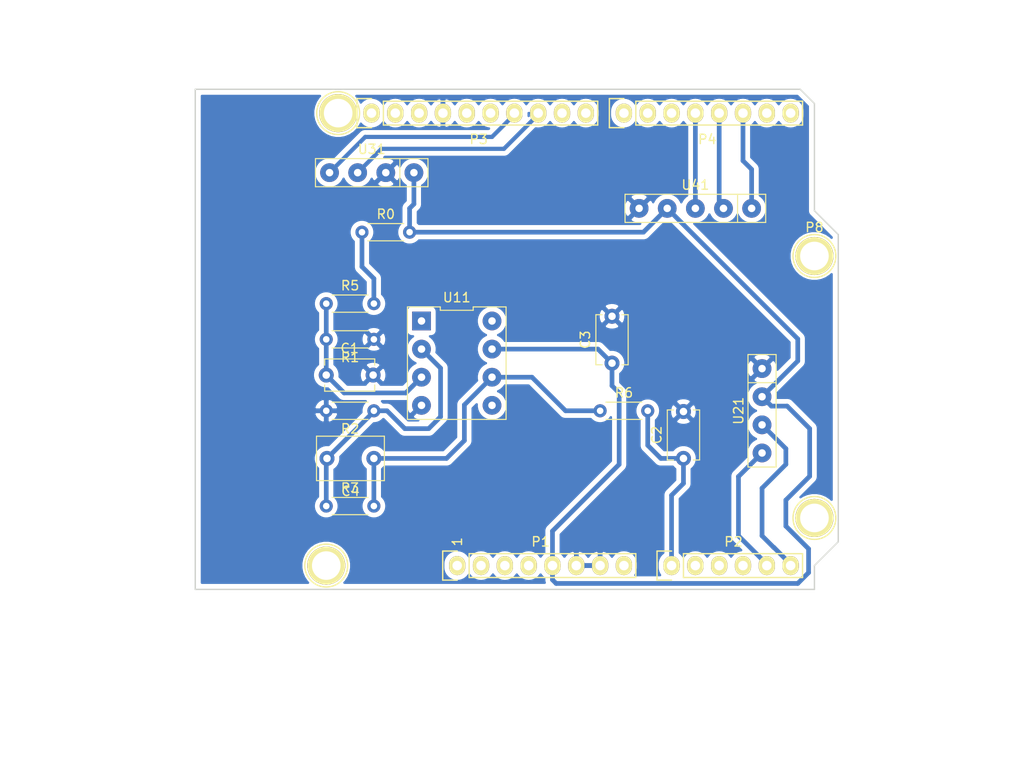
<source format=kicad_pcb>
(kicad_pcb (version 20171130) (host pcbnew "(5.1.2)-2")

  (general
    (thickness 1.6)
    (drawings 23)
    (tracks 95)
    (zones 0)
    (modules 22)
    (nets 42)
  )

  (page A4)
  (title_block
    (date "lun. 30 mars 2015")
  )

  (layers
    (0 F.Cu signal)
    (31 B.Cu signal)
    (32 B.Adhes user)
    (33 F.Adhes user)
    (34 B.Paste user)
    (35 F.Paste user)
    (36 B.SilkS user)
    (37 F.SilkS user)
    (38 B.Mask user)
    (39 F.Mask user)
    (40 Dwgs.User user)
    (41 Cmts.User user)
    (42 Eco1.User user)
    (43 Eco2.User user)
    (44 Edge.Cuts user)
    (45 Margin user)
    (46 B.CrtYd user)
    (47 F.CrtYd user)
    (48 B.Fab user)
    (49 F.Fab user)
  )

  (setup
    (last_trace_width 0.5)
    (trace_clearance 0.3)
    (zone_clearance 0.508)
    (zone_45_only no)
    (trace_min 0.2)
    (via_size 0.6)
    (via_drill 0.4)
    (via_min_size 0.4)
    (via_min_drill 0.3)
    (uvia_size 0.3)
    (uvia_drill 0.1)
    (uvias_allowed no)
    (uvia_min_size 0.2)
    (uvia_min_drill 0.1)
    (edge_width 0.15)
    (segment_width 0.15)
    (pcb_text_width 0.3)
    (pcb_text_size 1.5 1.5)
    (mod_edge_width 0.15)
    (mod_text_size 1 1)
    (mod_text_width 0.15)
    (pad_size 2 2)
    (pad_drill 0.8)
    (pad_to_mask_clearance 0)
    (aux_axis_origin 110.998 126.365)
    (visible_elements 7FFFFFFF)
    (pcbplotparams
      (layerselection 0x00000_fffffffe)
      (usegerberextensions false)
      (usegerberattributes false)
      (usegerberadvancedattributes false)
      (creategerberjobfile false)
      (excludeedgelayer true)
      (linewidth 0.100000)
      (plotframeref false)
      (viasonmask false)
      (mode 1)
      (useauxorigin false)
      (hpglpennumber 1)
      (hpglpenspeed 20)
      (hpglpendiameter 15.000000)
      (psnegative false)
      (psa4output false)
      (plotreference true)
      (plotvalue true)
      (plotinvisibletext false)
      (padsonsilk false)
      (subtractmaskfromsilk false)
      (outputformat 1)
      (mirror false)
      (drillshape 0)
      (scaleselection 1)
      (outputdirectory "./"))
  )

  (net 0 "")
  (net 1 /IOREF)
  (net 2 /Reset)
  (net 3 +5V)
  (net 4 GND)
  (net 5 /Vin)
  (net 6 /A1)
  (net 7 /A2)
  (net 8 /A3)
  (net 9 /AREF)
  (net 10 "/9(**)")
  (net 11 /8)
  (net 12 /7)
  (net 13 "/6(**)")
  (net 14 "/5(**)")
  (net 15 "/1(Tx)")
  (net 16 "/0(Rx)")
  (net 17 "Net-(P5-Pad1)")
  (net 18 "Net-(P6-Pad1)")
  (net 19 "Net-(P7-Pad1)")
  (net 20 "/13(SCK)")
  (net 21 "Net-(P1-Pad1)")
  (net 22 +3V3)
  (net 23 "/12(MISO)")
  (net 24 ADC)
  (net 25 SDA)
  (net 26 SCK)
  (net 27 "Net-(P3-Pad1)")
  (net 28 "Net-(P3-Pad2)")
  (net 29 TX)
  (net 30 RX)
  (net 31 DATA)
  (net 32 SWITCH)
  (net 33 CLK)
  (net 34 IN+)
  (net 35 "Net-(C4-Pad1)")
  (net 36 IN-)
  (net 37 "Net-(P8-Pad1)")
  (net 38 "Net-(R0-Pad1)")
  (net 39 "Net-(U11-Pad8)")
  (net 40 "Net-(U11-Pad1)")
  (net 41 "Net-(U11-Pad5)")

  (net_class Default "This is the default net class."
    (clearance 0.3)
    (trace_width 0.5)
    (via_dia 0.6)
    (via_drill 0.4)
    (uvia_dia 0.3)
    (uvia_drill 0.1)
    (add_net +3V3)
    (add_net +5V)
    (add_net "/0(Rx)")
    (add_net "/1(Tx)")
    (add_net "/12(MISO)")
    (add_net "/13(SCK)")
    (add_net "/5(**)")
    (add_net "/6(**)")
    (add_net /7)
    (add_net /8)
    (add_net "/9(**)")
    (add_net /A1)
    (add_net /A2)
    (add_net /A3)
    (add_net /AREF)
    (add_net /IOREF)
    (add_net /Reset)
    (add_net /Vin)
    (add_net ADC)
    (add_net CLK)
    (add_net DATA)
    (add_net GND)
    (add_net IN+)
    (add_net IN-)
    (add_net "Net-(C4-Pad1)")
    (add_net "Net-(P1-Pad1)")
    (add_net "Net-(P3-Pad1)")
    (add_net "Net-(P3-Pad2)")
    (add_net "Net-(P5-Pad1)")
    (add_net "Net-(P6-Pad1)")
    (add_net "Net-(P7-Pad1)")
    (add_net "Net-(P8-Pad1)")
    (add_net "Net-(R0-Pad1)")
    (add_net "Net-(U11-Pad1)")
    (add_net "Net-(U11-Pad5)")
    (add_net "Net-(U11-Pad8)")
    (add_net RX)
    (add_net SCK)
    (add_net SDA)
    (add_net SWITCH)
    (add_net TX)
  )

  (module Empreintes_Projet:LTC1050 (layer F.Cu) (tedit 604202AA) (tstamp 60425E03)
    (at 138.888 102.235 270)
    (path /6053459C)
    (fp_text reference U11 (at -7 0) (layer F.SilkS)
      (effects (font (size 1 1) (thickness 0.15)))
    )
    (fp_text value LTC1050 (at 0 0 90) (layer F.Fab)
      (effects (font (size 1 1) (thickness 0.15)))
    )
    (fp_line (start -6 5.26) (end 6 5.26) (layer F.SilkS) (width 0.12))
    (fp_line (start 6 5.26) (end 6 -5.26) (layer F.SilkS) (width 0.12))
    (fp_line (start 6 -5.26) (end -6 -5.26) (layer F.SilkS) (width 0.12))
    (fp_line (start -6 -5.26) (end -6 -1.753333) (layer F.SilkS) (width 0.12))
    (fp_line (start -6 -1.753333) (end -5.64 -1.753333) (layer F.SilkS) (width 0.12))
    (fp_line (start -5.64 -1.753333) (end -5.64 1.753333) (layer F.SilkS) (width 0.12))
    (fp_line (start -5.64 1.753333) (end -6 1.753333) (layer F.SilkS) (width 0.12))
    (fp_line (start -6 1.753333) (end -6 5.26) (layer F.SilkS) (width 0.12))
    (fp_line (start -5.75 -5.01) (end 5.75 -5.01) (layer F.CrtYd) (width 0.05))
    (fp_line (start 5.75 -5.01) (end 5.75 5.01) (layer F.CrtYd) (width 0.05))
    (fp_line (start 5.75 5.01) (end -5.75 5.01) (layer F.CrtYd) (width 0.05))
    (fp_line (start -5.75 5.01) (end -5.75 -5.01) (layer F.CrtYd) (width 0.05))
    (pad 8 thru_hole circle (at -4.5 -3.76 270) (size 2 2) (drill 0.8) (layers *.Cu *.Mask)
      (net 39 "Net-(U11-Pad8)"))
    (pad 1 thru_hole rect (at -4.5 3.76 270) (size 2 2) (drill 0.8) (layers *.Cu *.Mask)
      (net 40 "Net-(U11-Pad1)"))
    (pad 7 thru_hole circle (at -1.5 -3.76 270) (size 2 2) (drill 0.8) (layers *.Cu *.Mask)
      (net 3 +5V))
    (pad 2 thru_hole circle (at -1.5 3.76 270) (size 2 2) (drill 0.8) (layers *.Cu *.Mask)
      (net 36 IN-))
    (pad 6 thru_hole circle (at 1.5 -3.76 270) (size 2 2) (drill 0.8) (layers *.Cu *.Mask)
      (net 35 "Net-(C4-Pad1)"))
    (pad 3 thru_hole circle (at 1.5 3.76 270) (size 2 2) (drill 0.8) (layers *.Cu *.Mask)
      (net 34 IN+))
    (pad 5 thru_hole circle (at 4.5 -3.76 270) (size 2 2) (drill 0.8) (layers *.Cu *.Mask)
      (net 41 "Net-(U11-Pad5)"))
    (pad 4 thru_hole circle (at 4.5 3.76 270) (size 2 2) (drill 0.8) (layers *.Cu *.Mask)
      (net 4 GND))
  )

  (module Empreintes_Projet:KY_040 (layer F.Cu) (tedit 604205D8) (tstamp 60425E37)
    (at 164.338 85.725 180)
    (path /605A6DD6)
    (fp_text reference U41 (at 0 2.5) (layer F.SilkS)
      (effects (font (size 1 1) (thickness 0.15)))
    )
    (fp_text value KY_040 (at 0 -2.5) (layer F.Fab)
      (effects (font (size 1 1) (thickness 0.15)))
    )
    (fp_line (start -7.5 -1.5) (end 7.5 -1.5) (layer F.SilkS) (width 0.12))
    (fp_line (start 7.5 -1.5) (end 7.5 1.5) (layer F.SilkS) (width 0.12))
    (fp_line (start 7.5 1.5) (end -7.5 1.5) (layer F.SilkS) (width 0.12))
    (fp_line (start -7.5 1.5) (end -7.5 -1.5) (layer F.SilkS) (width 0.12))
    (fp_line (start -4.5 -1.5) (end -4.5 1.5) (layer F.SilkS) (width 0.12))
    (fp_line (start -7.25 -1.25) (end 7.25 -1.25) (layer F.CrtYd) (width 0.05))
    (fp_line (start 7.25 -1.25) (end 7.25 1.25) (layer F.CrtYd) (width 0.05))
    (fp_line (start 7.25 1.25) (end -7.25 1.25) (layer F.CrtYd) (width 0.05))
    (fp_line (start -7.25 1.25) (end -7.25 -1.25) (layer F.CrtYd) (width 0.05))
    (pad 1 thru_hole circle (at -6 0 180) (size 2 2) (drill 0.8) (layers *.Cu *.Mask)
      (net 33 CLK))
    (pad 2 thru_hole circle (at -3 0 180) (size 2 2) (drill 0.8) (layers *.Cu *.Mask)
      (net 31 DATA))
    (pad 3 thru_hole circle (at 0 0 180) (size 2 2) (drill 0.8) (layers *.Cu *.Mask)
      (net 32 SWITCH))
    (pad 4 thru_hole circle (at 3 0 180) (size 2 2) (drill 0.8) (layers *.Cu *.Mask)
      (net 3 +5V))
    (pad 5 thru_hole circle (at 6 0 180) (size 2 2) (drill 0.8) (layers *.Cu *.Mask)
      (net 4 GND))
  )

  (module Capacitor_THT:C_Disc_D5.1mm_W3.2mm_P5.00mm (layer F.Cu) (tedit 5AE50EF0) (tstamp 60425D60)
    (at 155.448 102.235 90)
    (descr "C, Disc series, Radial, pin pitch=5.00mm, , diameter*width=5.1*3.2mm^2, Capacitor, http://www.vishay.com/docs/45233/krseries.pdf")
    (tags "C Disc series Radial pin pitch 5.00mm  diameter 5.1mm width 3.2mm Capacitor")
    (path /6048B482)
    (fp_text reference C3 (at 2.5 -2.85 90) (layer F.SilkS)
      (effects (font (size 1 1) (thickness 0.15)))
    )
    (fp_text value 100n (at 2.5 2.85 90) (layer F.Fab)
      (effects (font (size 1 1) (thickness 0.15)))
    )
    (fp_text user %R (at 2.5 0 90) (layer F.Fab)
      (effects (font (size 1 1) (thickness 0.15)))
    )
    (fp_line (start 6.05 -1.85) (end -1.05 -1.85) (layer F.CrtYd) (width 0.05))
    (fp_line (start 6.05 1.85) (end 6.05 -1.85) (layer F.CrtYd) (width 0.05))
    (fp_line (start -1.05 1.85) (end 6.05 1.85) (layer F.CrtYd) (width 0.05))
    (fp_line (start -1.05 -1.85) (end -1.05 1.85) (layer F.CrtYd) (width 0.05))
    (fp_line (start 5.17 1.055) (end 5.17 1.721) (layer F.SilkS) (width 0.12))
    (fp_line (start 5.17 -1.721) (end 5.17 -1.055) (layer F.SilkS) (width 0.12))
    (fp_line (start -0.17 1.055) (end -0.17 1.721) (layer F.SilkS) (width 0.12))
    (fp_line (start -0.17 -1.721) (end -0.17 -1.055) (layer F.SilkS) (width 0.12))
    (fp_line (start -0.17 1.721) (end 5.17 1.721) (layer F.SilkS) (width 0.12))
    (fp_line (start -0.17 -1.721) (end 5.17 -1.721) (layer F.SilkS) (width 0.12))
    (fp_line (start 5.05 -1.6) (end -0.05 -1.6) (layer F.Fab) (width 0.1))
    (fp_line (start 5.05 1.6) (end 5.05 -1.6) (layer F.Fab) (width 0.1))
    (fp_line (start -0.05 1.6) (end 5.05 1.6) (layer F.Fab) (width 0.1))
    (fp_line (start -0.05 -1.6) (end -0.05 1.6) (layer F.Fab) (width 0.1))
    (pad 2 thru_hole circle (at 5 0 90) (size 1.6 1.6) (drill 0.8) (layers *.Cu *.Mask)
      (net 4 GND))
    (pad 1 thru_hole circle (at 0 0 90) (size 1.6 1.6) (drill 0.8) (layers *.Cu *.Mask)
      (net 3 +5V))
    (model ${KISYS3DMOD}/Capacitor_THT.3dshapes/C_Disc_D5.1mm_W3.2mm_P5.00mm.wrl
      (at (xyz 0 0 0))
      (scale (xyz 1 1 1))
      (rotate (xyz 0 0 0))
    )
  )

  (module Socket_Arduino_Uno:Socket_Strip_Arduino_1x08 locked (layer F.Cu) (tedit 552168D2) (tstamp 551AF9EA)
    (at 138.938 123.825)
    (descr "Through hole socket strip")
    (tags "socket strip")
    (path /56D70129)
    (fp_text reference P1 (at 8.89 -2.54) (layer F.SilkS)
      (effects (font (size 1 1) (thickness 0.15)))
    )
    (fp_text value Power (at 8.89 -4.064) (layer F.Fab)
      (effects (font (size 1 1) (thickness 0.15)))
    )
    (fp_line (start -1.75 -1.75) (end -1.75 1.75) (layer F.CrtYd) (width 0.05))
    (fp_line (start 19.55 -1.75) (end 19.55 1.75) (layer F.CrtYd) (width 0.05))
    (fp_line (start -1.75 -1.75) (end 19.55 -1.75) (layer F.CrtYd) (width 0.05))
    (fp_line (start -1.75 1.75) (end 19.55 1.75) (layer F.CrtYd) (width 0.05))
    (fp_line (start 1.27 1.27) (end 19.05 1.27) (layer F.SilkS) (width 0.15))
    (fp_line (start 19.05 1.27) (end 19.05 -1.27) (layer F.SilkS) (width 0.15))
    (fp_line (start 19.05 -1.27) (end 1.27 -1.27) (layer F.SilkS) (width 0.15))
    (fp_line (start -1.55 1.55) (end 0 1.55) (layer F.SilkS) (width 0.15))
    (fp_line (start 1.27 1.27) (end 1.27 -1.27) (layer F.SilkS) (width 0.15))
    (fp_line (start 0 -1.55) (end -1.55 -1.55) (layer F.SilkS) (width 0.15))
    (fp_line (start -1.55 -1.55) (end -1.55 1.55) (layer F.SilkS) (width 0.15))
    (pad 1 thru_hole oval (at 0 0) (size 1.7272 2.032) (drill 1.016) (layers *.Cu *.Mask F.SilkS)
      (net 21 "Net-(P1-Pad1)"))
    (pad 2 thru_hole oval (at 2.54 0) (size 1.7272 2.032) (drill 1.016) (layers *.Cu *.Mask F.SilkS)
      (net 1 /IOREF))
    (pad 3 thru_hole oval (at 5.08 0) (size 1.7272 2.032) (drill 1.016) (layers *.Cu *.Mask F.SilkS)
      (net 2 /Reset))
    (pad 4 thru_hole oval (at 7.62 0) (size 1.7272 2.032) (drill 1.016) (layers *.Cu *.Mask F.SilkS)
      (net 22 +3V3))
    (pad 5 thru_hole oval (at 10.16 0) (size 1.7272 2.032) (drill 1.016) (layers *.Cu *.Mask F.SilkS)
      (net 3 +5V))
    (pad 6 thru_hole oval (at 12.7 0) (size 1.7272 2.032) (drill 1.016) (layers *.Cu *.Mask F.SilkS)
      (net 4 GND))
    (pad 7 thru_hole oval (at 15.24 0) (size 1.7272 2.032) (drill 1.016) (layers *.Cu *.Mask F.SilkS)
      (net 4 GND))
    (pad 8 thru_hole oval (at 17.78 0) (size 1.7272 2.032) (drill 1.016) (layers *.Cu *.Mask F.SilkS)
      (net 5 /Vin))
    (model ${KIPRJMOD}/Socket_Arduino_Uno.3dshapes/Socket_header_Arduino_1x08.wrl
      (offset (xyz 8.889999866485596 0 0))
      (scale (xyz 1 1 1))
      (rotate (xyz 0 0 180))
    )
  )

  (module Socket_Arduino_Uno:Socket_Strip_Arduino_1x06 locked (layer F.Cu) (tedit 552168D6) (tstamp 551AF9FF)
    (at 161.798 123.825)
    (descr "Through hole socket strip")
    (tags "socket strip")
    (path /56D70DD8)
    (fp_text reference P2 (at 6.604 -2.54) (layer F.SilkS)
      (effects (font (size 1 1) (thickness 0.15)))
    )
    (fp_text value Analog (at 6.604 -4.064) (layer F.Fab)
      (effects (font (size 1 1) (thickness 0.15)))
    )
    (fp_line (start -1.75 -1.75) (end -1.75 1.75) (layer F.CrtYd) (width 0.05))
    (fp_line (start 14.45 -1.75) (end 14.45 1.75) (layer F.CrtYd) (width 0.05))
    (fp_line (start -1.75 -1.75) (end 14.45 -1.75) (layer F.CrtYd) (width 0.05))
    (fp_line (start -1.75 1.75) (end 14.45 1.75) (layer F.CrtYd) (width 0.05))
    (fp_line (start 1.27 1.27) (end 13.97 1.27) (layer F.SilkS) (width 0.15))
    (fp_line (start 13.97 1.27) (end 13.97 -1.27) (layer F.SilkS) (width 0.15))
    (fp_line (start 13.97 -1.27) (end 1.27 -1.27) (layer F.SilkS) (width 0.15))
    (fp_line (start -1.55 1.55) (end 0 1.55) (layer F.SilkS) (width 0.15))
    (fp_line (start 1.27 1.27) (end 1.27 -1.27) (layer F.SilkS) (width 0.15))
    (fp_line (start 0 -1.55) (end -1.55 -1.55) (layer F.SilkS) (width 0.15))
    (fp_line (start -1.55 -1.55) (end -1.55 1.55) (layer F.SilkS) (width 0.15))
    (pad 1 thru_hole oval (at 0 0) (size 1.7272 2.032) (drill 1.016) (layers *.Cu *.Mask F.SilkS)
      (net 24 ADC))
    (pad 2 thru_hole oval (at 2.54 0) (size 1.7272 2.032) (drill 1.016) (layers *.Cu *.Mask F.SilkS)
      (net 6 /A1))
    (pad 3 thru_hole oval (at 5.08 0) (size 1.7272 2.032) (drill 1.016) (layers *.Cu *.Mask F.SilkS)
      (net 7 /A2))
    (pad 4 thru_hole oval (at 7.62 0) (size 1.7272 2.032) (drill 1.016) (layers *.Cu *.Mask F.SilkS)
      (net 8 /A3))
    (pad 5 thru_hole oval (at 10.16 0) (size 1.7272 2.032) (drill 1.016) (layers *.Cu *.Mask F.SilkS)
      (net 25 SDA))
    (pad 6 thru_hole oval (at 12.7 0) (size 1.7272 2.032) (drill 1.016) (layers *.Cu *.Mask F.SilkS)
      (net 26 SCK))
    (model ${KIPRJMOD}/Socket_Arduino_Uno.3dshapes/Socket_header_Arduino_1x06.wrl
      (offset (xyz 6.349999904632568 0 0))
      (scale (xyz 1 1 1))
      (rotate (xyz 0 0 180))
    )
  )

  (module Socket_Arduino_Uno:Socket_Strip_Arduino_1x10 locked (layer F.Cu) (tedit 552168BF) (tstamp 551AFA18)
    (at 129.794 75.565)
    (descr "Through hole socket strip")
    (tags "socket strip")
    (path /56D721E0)
    (fp_text reference P3 (at 11.43 2.794) (layer F.SilkS)
      (effects (font (size 1 1) (thickness 0.15)))
    )
    (fp_text value Digital (at 11.43 4.318) (layer F.Fab)
      (effects (font (size 1 1) (thickness 0.15)))
    )
    (fp_line (start -1.75 -1.75) (end -1.75 1.75) (layer F.CrtYd) (width 0.05))
    (fp_line (start 24.65 -1.75) (end 24.65 1.75) (layer F.CrtYd) (width 0.05))
    (fp_line (start -1.75 -1.75) (end 24.65 -1.75) (layer F.CrtYd) (width 0.05))
    (fp_line (start -1.75 1.75) (end 24.65 1.75) (layer F.CrtYd) (width 0.05))
    (fp_line (start 1.27 1.27) (end 24.13 1.27) (layer F.SilkS) (width 0.15))
    (fp_line (start 24.13 1.27) (end 24.13 -1.27) (layer F.SilkS) (width 0.15))
    (fp_line (start 24.13 -1.27) (end 1.27 -1.27) (layer F.SilkS) (width 0.15))
    (fp_line (start -1.55 1.55) (end 0 1.55) (layer F.SilkS) (width 0.15))
    (fp_line (start 1.27 1.27) (end 1.27 -1.27) (layer F.SilkS) (width 0.15))
    (fp_line (start 0 -1.55) (end -1.55 -1.55) (layer F.SilkS) (width 0.15))
    (fp_line (start -1.55 -1.55) (end -1.55 1.55) (layer F.SilkS) (width 0.15))
    (pad 1 thru_hole oval (at 0 0) (size 1.7272 2.032) (drill 1.016) (layers *.Cu *.Mask F.SilkS)
      (net 27 "Net-(P3-Pad1)"))
    (pad 2 thru_hole oval (at 2.54 0) (size 1.7272 2.032) (drill 1.016) (layers *.Cu *.Mask F.SilkS)
      (net 28 "Net-(P3-Pad2)"))
    (pad 3 thru_hole oval (at 5.08 0) (size 1.7272 2.032) (drill 1.016) (layers *.Cu *.Mask F.SilkS)
      (net 9 /AREF))
    (pad 4 thru_hole oval (at 7.62 0) (size 1.7272 2.032) (drill 1.016) (layers *.Cu *.Mask F.SilkS)
      (net 4 GND))
    (pad 5 thru_hole oval (at 10.16 0) (size 1.7272 2.032) (drill 1.016) (layers *.Cu *.Mask F.SilkS)
      (net 20 "/13(SCK)"))
    (pad 6 thru_hole oval (at 12.7 0) (size 1.7272 2.032) (drill 1.016) (layers *.Cu *.Mask F.SilkS)
      (net 23 "/12(MISO)"))
    (pad 7 thru_hole oval (at 15.24 0) (size 1.7272 2.032) (drill 1.016) (layers *.Cu *.Mask F.SilkS)
      (net 29 TX))
    (pad 8 thru_hole oval (at 17.78 0) (size 1.7272 2.032) (drill 1.016) (layers *.Cu *.Mask F.SilkS)
      (net 30 RX))
    (pad 9 thru_hole oval (at 20.32 0) (size 1.7272 2.032) (drill 1.016) (layers *.Cu *.Mask F.SilkS)
      (net 10 "/9(**)"))
    (pad 10 thru_hole oval (at 22.86 0) (size 1.7272 2.032) (drill 1.016) (layers *.Cu *.Mask F.SilkS)
      (net 11 /8))
    (model ${KIPRJMOD}/Socket_Arduino_Uno.3dshapes/Socket_header_Arduino_1x10.wrl
      (offset (xyz 11.42999982833862 0 0))
      (scale (xyz 1 1 1))
      (rotate (xyz 0 0 180))
    )
  )

  (module Socket_Arduino_Uno:Socket_Strip_Arduino_1x08 locked (layer F.Cu) (tedit 552168C7) (tstamp 551AFA2F)
    (at 156.718 75.565)
    (descr "Through hole socket strip")
    (tags "socket strip")
    (path /56D7164F)
    (fp_text reference P4 (at 8.89 2.794) (layer F.SilkS)
      (effects (font (size 1 1) (thickness 0.15)))
    )
    (fp_text value Digital (at 8.89 4.318) (layer F.Fab)
      (effects (font (size 1 1) (thickness 0.15)))
    )
    (fp_line (start -1.75 -1.75) (end -1.75 1.75) (layer F.CrtYd) (width 0.05))
    (fp_line (start 19.55 -1.75) (end 19.55 1.75) (layer F.CrtYd) (width 0.05))
    (fp_line (start -1.75 -1.75) (end 19.55 -1.75) (layer F.CrtYd) (width 0.05))
    (fp_line (start -1.75 1.75) (end 19.55 1.75) (layer F.CrtYd) (width 0.05))
    (fp_line (start 1.27 1.27) (end 19.05 1.27) (layer F.SilkS) (width 0.15))
    (fp_line (start 19.05 1.27) (end 19.05 -1.27) (layer F.SilkS) (width 0.15))
    (fp_line (start 19.05 -1.27) (end 1.27 -1.27) (layer F.SilkS) (width 0.15))
    (fp_line (start -1.55 1.55) (end 0 1.55) (layer F.SilkS) (width 0.15))
    (fp_line (start 1.27 1.27) (end 1.27 -1.27) (layer F.SilkS) (width 0.15))
    (fp_line (start 0 -1.55) (end -1.55 -1.55) (layer F.SilkS) (width 0.15))
    (fp_line (start -1.55 -1.55) (end -1.55 1.55) (layer F.SilkS) (width 0.15))
    (pad 1 thru_hole oval (at 0 0) (size 1.7272 2.032) (drill 1.016) (layers *.Cu *.Mask F.SilkS)
      (net 12 /7))
    (pad 2 thru_hole oval (at 2.54 0) (size 1.7272 2.032) (drill 1.016) (layers *.Cu *.Mask F.SilkS)
      (net 13 "/6(**)"))
    (pad 3 thru_hole oval (at 5.08 0) (size 1.7272 2.032) (drill 1.016) (layers *.Cu *.Mask F.SilkS)
      (net 14 "/5(**)"))
    (pad 4 thru_hole oval (at 7.62 0) (size 1.7272 2.032) (drill 1.016) (layers *.Cu *.Mask F.SilkS)
      (net 32 SWITCH))
    (pad 5 thru_hole oval (at 10.16 0) (size 1.7272 2.032) (drill 1.016) (layers *.Cu *.Mask F.SilkS)
      (net 31 DATA))
    (pad 6 thru_hole oval (at 12.7 0) (size 1.7272 2.032) (drill 1.016) (layers *.Cu *.Mask F.SilkS)
      (net 33 CLK))
    (pad 7 thru_hole oval (at 15.24 0) (size 1.7272 2.032) (drill 1.016) (layers *.Cu *.Mask F.SilkS)
      (net 15 "/1(Tx)"))
    (pad 8 thru_hole oval (at 17.78 0) (size 1.7272 2.032) (drill 1.016) (layers *.Cu *.Mask F.SilkS)
      (net 16 "/0(Rx)"))
    (model ${KIPRJMOD}/Socket_Arduino_Uno.3dshapes/Socket_header_Arduino_1x08.wrl
      (offset (xyz 8.889999866485596 0 0))
      (scale (xyz 1 1 1))
      (rotate (xyz 0 0 180))
    )
  )

  (module Socket_Arduino_Uno:Arduino_1pin locked (layer F.Cu) (tedit 5524FC39) (tstamp 5524FC3F)
    (at 124.968 123.825)
    (descr "module 1 pin (ou trou mecanique de percage)")
    (tags DEV)
    (path /56D71177)
    (fp_text reference P5 (at 0 -3.048) (layer F.SilkS) hide
      (effects (font (size 1 1) (thickness 0.15)))
    )
    (fp_text value CONN_01X01 (at 0 2.794) (layer F.Fab) hide
      (effects (font (size 1 1) (thickness 0.15)))
    )
    (fp_circle (center 0 0) (end 0 -2.286) (layer F.SilkS) (width 0.15))
    (pad 1 thru_hole circle (at 0 0) (size 4.064 4.064) (drill 3.048) (layers *.Cu *.Mask F.SilkS)
      (net 17 "Net-(P5-Pad1)"))
  )

  (module Socket_Arduino_Uno:Arduino_1pin locked (layer F.Cu) (tedit 5524FC4A) (tstamp 5524FC44)
    (at 177.038 118.745)
    (descr "module 1 pin (ou trou mecanique de percage)")
    (tags DEV)
    (path /56D71274)
    (fp_text reference P6 (at 0 -3.048) (layer F.SilkS) hide
      (effects (font (size 1 1) (thickness 0.15)))
    )
    (fp_text value CONN_01X01 (at 0 2.794) (layer F.Fab) hide
      (effects (font (size 1 1) (thickness 0.15)))
    )
    (fp_circle (center 0 0) (end 0 -2.286) (layer F.SilkS) (width 0.15))
    (pad 1 thru_hole circle (at 0 0) (size 4.064 4.064) (drill 3.048) (layers *.Cu *.Mask F.SilkS)
      (net 18 "Net-(P6-Pad1)"))
  )

  (module Socket_Arduino_Uno:Arduino_1pin locked (layer F.Cu) (tedit 5524FC2F) (tstamp 5524FC49)
    (at 126.238 75.565)
    (descr "module 1 pin (ou trou mecanique de percage)")
    (tags DEV)
    (path /56D712A8)
    (fp_text reference P7 (at 0 -3.048) (layer F.SilkS) hide
      (effects (font (size 1 1) (thickness 0.15)))
    )
    (fp_text value CONN_01X01 (at 0 2.794) (layer F.Fab) hide
      (effects (font (size 1 1) (thickness 0.15)))
    )
    (fp_circle (center 0 0) (end 0 -2.286) (layer F.SilkS) (width 0.15))
    (pad 1 thru_hole circle (at 0 0) (size 4.064 4.064) (drill 3.048) (layers *.Cu *.Mask F.SilkS)
      (net 19 "Net-(P7-Pad1)"))
  )

  (module Capacitor_THT:C_Disc_D5.1mm_W3.2mm_P5.00mm (layer F.Cu) (tedit 5AE50EF0) (tstamp 60425D36)
    (at 124.968 103.505)
    (descr "C, Disc series, Radial, pin pitch=5.00mm, , diameter*width=5.1*3.2mm^2, Capacitor, http://www.vishay.com/docs/45233/krseries.pdf")
    (tags "C Disc series Radial pin pitch 5.00mm  diameter 5.1mm width 3.2mm Capacitor")
    (path /60487950)
    (fp_text reference C1 (at 2.5 -2.85) (layer F.SilkS)
      (effects (font (size 1 1) (thickness 0.15)))
    )
    (fp_text value 100n (at 2.5 2.85) (layer F.Fab)
      (effects (font (size 1 1) (thickness 0.15)))
    )
    (fp_line (start -0.05 -1.6) (end -0.05 1.6) (layer F.Fab) (width 0.1))
    (fp_line (start -0.05 1.6) (end 5.05 1.6) (layer F.Fab) (width 0.1))
    (fp_line (start 5.05 1.6) (end 5.05 -1.6) (layer F.Fab) (width 0.1))
    (fp_line (start 5.05 -1.6) (end -0.05 -1.6) (layer F.Fab) (width 0.1))
    (fp_line (start -0.17 -1.721) (end 5.17 -1.721) (layer F.SilkS) (width 0.12))
    (fp_line (start -0.17 1.721) (end 5.17 1.721) (layer F.SilkS) (width 0.12))
    (fp_line (start -0.17 -1.721) (end -0.17 -1.055) (layer F.SilkS) (width 0.12))
    (fp_line (start -0.17 1.055) (end -0.17 1.721) (layer F.SilkS) (width 0.12))
    (fp_line (start 5.17 -1.721) (end 5.17 -1.055) (layer F.SilkS) (width 0.12))
    (fp_line (start 5.17 1.055) (end 5.17 1.721) (layer F.SilkS) (width 0.12))
    (fp_line (start -1.05 -1.85) (end -1.05 1.85) (layer F.CrtYd) (width 0.05))
    (fp_line (start -1.05 1.85) (end 6.05 1.85) (layer F.CrtYd) (width 0.05))
    (fp_line (start 6.05 1.85) (end 6.05 -1.85) (layer F.CrtYd) (width 0.05))
    (fp_line (start 6.05 -1.85) (end -1.05 -1.85) (layer F.CrtYd) (width 0.05))
    (fp_text user %R (at 2.5 0) (layer F.Fab)
      (effects (font (size 1 1) (thickness 0.15)))
    )
    (pad 1 thru_hole circle (at 0 0) (size 1.6 1.6) (drill 0.8) (layers *.Cu *.Mask)
      (net 34 IN+))
    (pad 2 thru_hole circle (at 5 0) (size 1.6 1.6) (drill 0.8) (layers *.Cu *.Mask)
      (net 4 GND))
    (model ${KISYS3DMOD}/Capacitor_THT.3dshapes/C_Disc_D5.1mm_W3.2mm_P5.00mm.wrl
      (at (xyz 0 0 0))
      (scale (xyz 1 1 1))
      (rotate (xyz 0 0 0))
    )
  )

  (module Capacitor_THT:C_Disc_D5.1mm_W3.2mm_P5.00mm (layer F.Cu) (tedit 5AE50EF0) (tstamp 60425D4B)
    (at 163.068 112.395 90)
    (descr "C, Disc series, Radial, pin pitch=5.00mm, , diameter*width=5.1*3.2mm^2, Capacitor, http://www.vishay.com/docs/45233/krseries.pdf")
    (tags "C Disc series Radial pin pitch 5.00mm  diameter 5.1mm width 3.2mm Capacitor")
    (path /6049F83E)
    (fp_text reference C2 (at 2.5 -2.85 90) (layer F.SilkS)
      (effects (font (size 1 1) (thickness 0.15)))
    )
    (fp_text value 100n (at 2.5 2.85 90) (layer F.Fab)
      (effects (font (size 1 1) (thickness 0.15)))
    )
    (fp_line (start -0.05 -1.6) (end -0.05 1.6) (layer F.Fab) (width 0.1))
    (fp_line (start -0.05 1.6) (end 5.05 1.6) (layer F.Fab) (width 0.1))
    (fp_line (start 5.05 1.6) (end 5.05 -1.6) (layer F.Fab) (width 0.1))
    (fp_line (start 5.05 -1.6) (end -0.05 -1.6) (layer F.Fab) (width 0.1))
    (fp_line (start -0.17 -1.721) (end 5.17 -1.721) (layer F.SilkS) (width 0.12))
    (fp_line (start -0.17 1.721) (end 5.17 1.721) (layer F.SilkS) (width 0.12))
    (fp_line (start -0.17 -1.721) (end -0.17 -1.055) (layer F.SilkS) (width 0.12))
    (fp_line (start -0.17 1.055) (end -0.17 1.721) (layer F.SilkS) (width 0.12))
    (fp_line (start 5.17 -1.721) (end 5.17 -1.055) (layer F.SilkS) (width 0.12))
    (fp_line (start 5.17 1.055) (end 5.17 1.721) (layer F.SilkS) (width 0.12))
    (fp_line (start -1.05 -1.85) (end -1.05 1.85) (layer F.CrtYd) (width 0.05))
    (fp_line (start -1.05 1.85) (end 6.05 1.85) (layer F.CrtYd) (width 0.05))
    (fp_line (start 6.05 1.85) (end 6.05 -1.85) (layer F.CrtYd) (width 0.05))
    (fp_line (start 6.05 -1.85) (end -1.05 -1.85) (layer F.CrtYd) (width 0.05))
    (fp_text user %R (at 2.5 0 90) (layer F.Fab)
      (effects (font (size 1 1) (thickness 0.15)))
    )
    (pad 1 thru_hole circle (at 0 0 90) (size 1.6 1.6) (drill 0.8) (layers *.Cu *.Mask)
      (net 24 ADC))
    (pad 2 thru_hole circle (at 5 0 90) (size 1.6 1.6) (drill 0.8) (layers *.Cu *.Mask)
      (net 4 GND))
    (model ${KISYS3DMOD}/Capacitor_THT.3dshapes/C_Disc_D5.1mm_W3.2mm_P5.00mm.wrl
      (at (xyz 0 0 0))
      (scale (xyz 1 1 1))
      (rotate (xyz 0 0 0))
    )
  )

  (module Capacitor_THT:C_Rect_L7.0mm_W4.5mm_P5.00mm (layer F.Cu) (tedit 5AE50EF0) (tstamp 60425D73)
    (at 130.048 112.395 180)
    (descr "C, Rect series, Radial, pin pitch=5.00mm, , length*width=7*4.5mm^2, Capacitor")
    (tags "C Rect series Radial pin pitch 5.00mm  length 7mm width 4.5mm Capacitor")
    (path /6049F5CE)
    (fp_text reference C4 (at 2.5 -3.5) (layer F.SilkS)
      (effects (font (size 1 1) (thickness 0.15)))
    )
    (fp_text value 1µ (at 2.5 3.5) (layer F.Fab)
      (effects (font (size 1 1) (thickness 0.15)))
    )
    (fp_line (start -1 -2.25) (end -1 2.25) (layer F.Fab) (width 0.1))
    (fp_line (start -1 2.25) (end 6 2.25) (layer F.Fab) (width 0.1))
    (fp_line (start 6 2.25) (end 6 -2.25) (layer F.Fab) (width 0.1))
    (fp_line (start 6 -2.25) (end -1 -2.25) (layer F.Fab) (width 0.1))
    (fp_line (start -1.12 -2.37) (end 6.12 -2.37) (layer F.SilkS) (width 0.12))
    (fp_line (start -1.12 2.37) (end 6.12 2.37) (layer F.SilkS) (width 0.12))
    (fp_line (start -1.12 -2.37) (end -1.12 2.37) (layer F.SilkS) (width 0.12))
    (fp_line (start 6.12 -2.37) (end 6.12 2.37) (layer F.SilkS) (width 0.12))
    (fp_line (start -1.25 -2.5) (end -1.25 2.5) (layer F.CrtYd) (width 0.05))
    (fp_line (start -1.25 2.5) (end 6.25 2.5) (layer F.CrtYd) (width 0.05))
    (fp_line (start 6.25 2.5) (end 6.25 -2.5) (layer F.CrtYd) (width 0.05))
    (fp_line (start 6.25 -2.5) (end -1.25 -2.5) (layer F.CrtYd) (width 0.05))
    (fp_text user %R (at 2.5 0) (layer F.Fab)
      (effects (font (size 1 1) (thickness 0.15)))
    )
    (pad 1 thru_hole circle (at 0 0 180) (size 1.6 1.6) (drill 0.8) (layers *.Cu *.Mask)
      (net 35 "Net-(C4-Pad1)"))
    (pad 2 thru_hole circle (at 5 0 180) (size 1.6 1.6) (drill 0.8) (layers *.Cu *.Mask)
      (net 36 IN-))
    (model ${KISYS3DMOD}/Capacitor_THT.3dshapes/C_Rect_L7.0mm_W4.5mm_P5.00mm.wrl
      (at (xyz 0 0 0))
      (scale (xyz 1 1 1))
      (rotate (xyz 0 0 0))
    )
  )

  (module Socket_Arduino_Uno:Arduino_1pin (layer F.Cu) (tedit 0) (tstamp 60425D79)
    (at 177.038 90.805)
    (descr "module 1 pin (ou trou mecanique de percage)")
    (tags DEV)
    (path /56D712DB)
    (fp_text reference P8 (at 0 -3.048) (layer F.SilkS)
      (effects (font (size 1 1) (thickness 0.15)))
    )
    (fp_text value CONN_01X01 (at 0 2.794) (layer F.Fab)
      (effects (font (size 1 1) (thickness 0.15)))
    )
    (fp_circle (center 0 0) (end 0 -2.286) (layer F.SilkS) (width 0.15))
    (pad 1 thru_hole circle (at 0 0) (size 4.064 4.064) (drill 3.048) (layers *.Cu *.Mask F.SilkS)
      (net 37 "Net-(P8-Pad1)"))
  )

  (module Resistor_THT:R_Axial_DIN0204_L3.6mm_D1.6mm_P5.08mm_Horizontal (layer F.Cu) (tedit 5AE5139B) (tstamp 60425D8C)
    (at 128.778 88.265)
    (descr "Resistor, Axial_DIN0204 series, Axial, Horizontal, pin pitch=5.08mm, 0.167W, length*diameter=3.6*1.6mm^2, http://cdn-reichelt.de/documents/datenblatt/B400/1_4W%23YAG.pdf")
    (tags "Resistor Axial_DIN0204 series Axial Horizontal pin pitch 5.08mm 0.167W length 3.6mm diameter 1.6mm")
    (path /60434FDF)
    (fp_text reference R0 (at 2.54 -1.92) (layer F.SilkS)
      (effects (font (size 1 1) (thickness 0.15)))
    )
    (fp_text value Rsensor (at 2.54 1.92) (layer F.Fab)
      (effects (font (size 1 1) (thickness 0.15)))
    )
    (fp_text user %R (at 5.08 -3.81) (layer F.Fab)
      (effects (font (size 0.72 0.72) (thickness 0.108)))
    )
    (fp_line (start 6.03 -1.05) (end -0.95 -1.05) (layer F.CrtYd) (width 0.05))
    (fp_line (start 6.03 1.05) (end 6.03 -1.05) (layer F.CrtYd) (width 0.05))
    (fp_line (start -0.95 1.05) (end 6.03 1.05) (layer F.CrtYd) (width 0.05))
    (fp_line (start -0.95 -1.05) (end -0.95 1.05) (layer F.CrtYd) (width 0.05))
    (fp_line (start 0.62 0.92) (end 4.46 0.92) (layer F.SilkS) (width 0.12))
    (fp_line (start 0.62 -0.92) (end 4.46 -0.92) (layer F.SilkS) (width 0.12))
    (fp_line (start 5.08 0) (end 4.34 0) (layer F.Fab) (width 0.1))
    (fp_line (start 0 0) (end 0.74 0) (layer F.Fab) (width 0.1))
    (fp_line (start 4.34 -0.8) (end 0.74 -0.8) (layer F.Fab) (width 0.1))
    (fp_line (start 4.34 0.8) (end 4.34 -0.8) (layer F.Fab) (width 0.1))
    (fp_line (start 0.74 0.8) (end 4.34 0.8) (layer F.Fab) (width 0.1))
    (fp_line (start 0.74 -0.8) (end 0.74 0.8) (layer F.Fab) (width 0.1))
    (pad 2 thru_hole oval (at 5.08 0) (size 1.4 1.4) (drill 0.7) (layers *.Cu *.Mask)
      (net 3 +5V))
    (pad 1 thru_hole circle (at 0 0) (size 1.4 1.4) (drill 0.7) (layers *.Cu *.Mask)
      (net 38 "Net-(R0-Pad1)"))
    (model ${KISYS3DMOD}/Resistor_THT.3dshapes/R_Axial_DIN0204_L3.6mm_D1.6mm_P5.08mm_Horizontal.wrl
      (at (xyz 0 0 0))
      (scale (xyz 1 1 1))
      (rotate (xyz 0 0 0))
    )
  )

  (module Resistor_THT:R_Axial_DIN0204_L3.6mm_D1.6mm_P5.08mm_Horizontal (layer F.Cu) (tedit 5AE5139B) (tstamp 60425D9F)
    (at 130.048 99.695 180)
    (descr "Resistor, Axial_DIN0204 series, Axial, Horizontal, pin pitch=5.08mm, 0.167W, length*diameter=3.6*1.6mm^2, http://cdn-reichelt.de/documents/datenblatt/B400/1_4W%23YAG.pdf")
    (tags "Resistor Axial_DIN0204 series Axial Horizontal pin pitch 5.08mm 0.167W length 3.6mm diameter 1.6mm")
    (path /60469670)
    (fp_text reference R1 (at 2.54 -1.92) (layer F.SilkS)
      (effects (font (size 1 1) (thickness 0.15)))
    )
    (fp_text value 100k (at 2.54 1.92) (layer F.Fab)
      (effects (font (size 1 1) (thickness 0.15)))
    )
    (fp_text user %R (at 2.54 0) (layer F.Fab)
      (effects (font (size 0.72 0.72) (thickness 0.108)))
    )
    (fp_line (start 6.03 -1.05) (end -0.95 -1.05) (layer F.CrtYd) (width 0.05))
    (fp_line (start 6.03 1.05) (end 6.03 -1.05) (layer F.CrtYd) (width 0.05))
    (fp_line (start -0.95 1.05) (end 6.03 1.05) (layer F.CrtYd) (width 0.05))
    (fp_line (start -0.95 -1.05) (end -0.95 1.05) (layer F.CrtYd) (width 0.05))
    (fp_line (start 0.62 0.92) (end 4.46 0.92) (layer F.SilkS) (width 0.12))
    (fp_line (start 0.62 -0.92) (end 4.46 -0.92) (layer F.SilkS) (width 0.12))
    (fp_line (start 5.08 0) (end 4.34 0) (layer F.Fab) (width 0.1))
    (fp_line (start 0 0) (end 0.74 0) (layer F.Fab) (width 0.1))
    (fp_line (start 4.34 -0.8) (end 0.74 -0.8) (layer F.Fab) (width 0.1))
    (fp_line (start 4.34 0.8) (end 4.34 -0.8) (layer F.Fab) (width 0.1))
    (fp_line (start 0.74 0.8) (end 4.34 0.8) (layer F.Fab) (width 0.1))
    (fp_line (start 0.74 -0.8) (end 0.74 0.8) (layer F.Fab) (width 0.1))
    (pad 2 thru_hole oval (at 5.08 0 180) (size 1.4 1.4) (drill 0.7) (layers *.Cu *.Mask)
      (net 34 IN+))
    (pad 1 thru_hole circle (at 0 0 180) (size 1.4 1.4) (drill 0.7) (layers *.Cu *.Mask)
      (net 4 GND))
    (model ${KISYS3DMOD}/Resistor_THT.3dshapes/R_Axial_DIN0204_L3.6mm_D1.6mm_P5.08mm_Horizontal.wrl
      (at (xyz 0 0 0))
      (scale (xyz 1 1 1))
      (rotate (xyz 0 0 0))
    )
  )

  (module Resistor_THT:R_Axial_DIN0204_L3.6mm_D1.6mm_P5.08mm_Horizontal (layer F.Cu) (tedit 5AE5139B) (tstamp 60425DB2)
    (at 130.048 107.315 180)
    (descr "Resistor, Axial_DIN0204 series, Axial, Horizontal, pin pitch=5.08mm, 0.167W, length*diameter=3.6*1.6mm^2, http://cdn-reichelt.de/documents/datenblatt/B400/1_4W%23YAG.pdf")
    (tags "Resistor Axial_DIN0204 series Axial Horizontal pin pitch 5.08mm 0.167W length 3.6mm diameter 1.6mm")
    (path /6049FBEE)
    (fp_text reference R2 (at 2.54 -1.92) (layer F.SilkS)
      (effects (font (size 1 1) (thickness 0.15)))
    )
    (fp_text value 1k (at 2.54 1.92) (layer F.Fab)
      (effects (font (size 1 1) (thickness 0.15)))
    )
    (fp_line (start 0.74 -0.8) (end 0.74 0.8) (layer F.Fab) (width 0.1))
    (fp_line (start 0.74 0.8) (end 4.34 0.8) (layer F.Fab) (width 0.1))
    (fp_line (start 4.34 0.8) (end 4.34 -0.8) (layer F.Fab) (width 0.1))
    (fp_line (start 4.34 -0.8) (end 0.74 -0.8) (layer F.Fab) (width 0.1))
    (fp_line (start 0 0) (end 0.74 0) (layer F.Fab) (width 0.1))
    (fp_line (start 5.08 0) (end 4.34 0) (layer F.Fab) (width 0.1))
    (fp_line (start 0.62 -0.92) (end 4.46 -0.92) (layer F.SilkS) (width 0.12))
    (fp_line (start 0.62 0.92) (end 4.46 0.92) (layer F.SilkS) (width 0.12))
    (fp_line (start -0.95 -1.05) (end -0.95 1.05) (layer F.CrtYd) (width 0.05))
    (fp_line (start -0.95 1.05) (end 6.03 1.05) (layer F.CrtYd) (width 0.05))
    (fp_line (start 6.03 1.05) (end 6.03 -1.05) (layer F.CrtYd) (width 0.05))
    (fp_line (start 6.03 -1.05) (end -0.95 -1.05) (layer F.CrtYd) (width 0.05))
    (fp_text user %R (at 2.54 0) (layer F.Fab)
      (effects (font (size 0.72 0.72) (thickness 0.108)))
    )
    (pad 1 thru_hole circle (at 0 0 180) (size 1.4 1.4) (drill 0.7) (layers *.Cu *.Mask)
      (net 36 IN-))
    (pad 2 thru_hole oval (at 5.08 0 180) (size 1.4 1.4) (drill 0.7) (layers *.Cu *.Mask)
      (net 4 GND))
    (model ${KISYS3DMOD}/Resistor_THT.3dshapes/R_Axial_DIN0204_L3.6mm_D1.6mm_P5.08mm_Horizontal.wrl
      (at (xyz 0 0 0))
      (scale (xyz 1 1 1))
      (rotate (xyz 0 0 0))
    )
  )

  (module Resistor_THT:R_Axial_DIN0204_L3.6mm_D1.6mm_P5.08mm_Horizontal (layer F.Cu) (tedit 5AE5139B) (tstamp 60425DC5)
    (at 124.968 117.475)
    (descr "Resistor, Axial_DIN0204 series, Axial, Horizontal, pin pitch=5.08mm, 0.167W, length*diameter=3.6*1.6mm^2, http://cdn-reichelt.de/documents/datenblatt/B400/1_4W%23YAG.pdf")
    (tags "Resistor Axial_DIN0204 series Axial Horizontal pin pitch 5.08mm 0.167W length 3.6mm diameter 1.6mm")
    (path /6049EE57)
    (fp_text reference R3 (at 2.54 -1.92) (layer F.SilkS)
      (effects (font (size 1 1) (thickness 0.15)))
    )
    (fp_text value 100k (at 2.54 1.92) (layer F.Fab)
      (effects (font (size 1 1) (thickness 0.15)))
    )
    (fp_line (start 0.74 -0.8) (end 0.74 0.8) (layer F.Fab) (width 0.1))
    (fp_line (start 0.74 0.8) (end 4.34 0.8) (layer F.Fab) (width 0.1))
    (fp_line (start 4.34 0.8) (end 4.34 -0.8) (layer F.Fab) (width 0.1))
    (fp_line (start 4.34 -0.8) (end 0.74 -0.8) (layer F.Fab) (width 0.1))
    (fp_line (start 0 0) (end 0.74 0) (layer F.Fab) (width 0.1))
    (fp_line (start 5.08 0) (end 4.34 0) (layer F.Fab) (width 0.1))
    (fp_line (start 0.62 -0.92) (end 4.46 -0.92) (layer F.SilkS) (width 0.12))
    (fp_line (start 0.62 0.92) (end 4.46 0.92) (layer F.SilkS) (width 0.12))
    (fp_line (start -0.95 -1.05) (end -0.95 1.05) (layer F.CrtYd) (width 0.05))
    (fp_line (start -0.95 1.05) (end 6.03 1.05) (layer F.CrtYd) (width 0.05))
    (fp_line (start 6.03 1.05) (end 6.03 -1.05) (layer F.CrtYd) (width 0.05))
    (fp_line (start 6.03 -1.05) (end -0.95 -1.05) (layer F.CrtYd) (width 0.05))
    (fp_text user %R (at 2.54 0) (layer F.Fab)
      (effects (font (size 0.72 0.72) (thickness 0.108)))
    )
    (pad 1 thru_hole circle (at 0 0) (size 1.4 1.4) (drill 0.7) (layers *.Cu *.Mask)
      (net 36 IN-))
    (pad 2 thru_hole oval (at 5.08 0) (size 1.4 1.4) (drill 0.7) (layers *.Cu *.Mask)
      (net 35 "Net-(C4-Pad1)"))
    (model ${KISYS3DMOD}/Resistor_THT.3dshapes/R_Axial_DIN0204_L3.6mm_D1.6mm_P5.08mm_Horizontal.wrl
      (at (xyz 0 0 0))
      (scale (xyz 1 1 1))
      (rotate (xyz 0 0 0))
    )
  )

  (module Resistor_THT:R_Axial_DIN0204_L3.6mm_D1.6mm_P5.08mm_Horizontal (layer F.Cu) (tedit 5AE5139B) (tstamp 60425DD8)
    (at 124.968 95.885)
    (descr "Resistor, Axial_DIN0204 series, Axial, Horizontal, pin pitch=5.08mm, 0.167W, length*diameter=3.6*1.6mm^2, http://cdn-reichelt.de/documents/datenblatt/B400/1_4W%23YAG.pdf")
    (tags "Resistor Axial_DIN0204 series Axial Horizontal pin pitch 5.08mm 0.167W length 3.6mm diameter 1.6mm")
    (path /604369AE)
    (fp_text reference R5 (at 2.54 -1.92) (layer F.SilkS)
      (effects (font (size 1 1) (thickness 0.15)))
    )
    (fp_text value 10k (at 2.54 1.92) (layer F.Fab)
      (effects (font (size 1 1) (thickness 0.15)))
    )
    (fp_line (start 0.74 -0.8) (end 0.74 0.8) (layer F.Fab) (width 0.1))
    (fp_line (start 0.74 0.8) (end 4.34 0.8) (layer F.Fab) (width 0.1))
    (fp_line (start 4.34 0.8) (end 4.34 -0.8) (layer F.Fab) (width 0.1))
    (fp_line (start 4.34 -0.8) (end 0.74 -0.8) (layer F.Fab) (width 0.1))
    (fp_line (start 0 0) (end 0.74 0) (layer F.Fab) (width 0.1))
    (fp_line (start 5.08 0) (end 4.34 0) (layer F.Fab) (width 0.1))
    (fp_line (start 0.62 -0.92) (end 4.46 -0.92) (layer F.SilkS) (width 0.12))
    (fp_line (start 0.62 0.92) (end 4.46 0.92) (layer F.SilkS) (width 0.12))
    (fp_line (start -0.95 -1.05) (end -0.95 1.05) (layer F.CrtYd) (width 0.05))
    (fp_line (start -0.95 1.05) (end 6.03 1.05) (layer F.CrtYd) (width 0.05))
    (fp_line (start 6.03 1.05) (end 6.03 -1.05) (layer F.CrtYd) (width 0.05))
    (fp_line (start 6.03 -1.05) (end -0.95 -1.05) (layer F.CrtYd) (width 0.05))
    (fp_text user %R (at 2.54 0) (layer F.Fab)
      (effects (font (size 0.72 0.72) (thickness 0.108)))
    )
    (pad 1 thru_hole circle (at 0 0) (size 1.4 1.4) (drill 0.7) (layers *.Cu *.Mask)
      (net 34 IN+))
    (pad 2 thru_hole oval (at 5.08 0) (size 1.4 1.4) (drill 0.7) (layers *.Cu *.Mask)
      (net 38 "Net-(R0-Pad1)"))
    (model ${KISYS3DMOD}/Resistor_THT.3dshapes/R_Axial_DIN0204_L3.6mm_D1.6mm_P5.08mm_Horizontal.wrl
      (at (xyz 0 0 0))
      (scale (xyz 1 1 1))
      (rotate (xyz 0 0 0))
    )
  )

  (module Resistor_THT:R_Axial_DIN0204_L3.6mm_D1.6mm_P5.08mm_Horizontal (layer F.Cu) (tedit 5AE5139B) (tstamp 60425DEB)
    (at 154.178 107.315)
    (descr "Resistor, Axial_DIN0204 series, Axial, Horizontal, pin pitch=5.08mm, 0.167W, length*diameter=3.6*1.6mm^2, http://cdn-reichelt.de/documents/datenblatt/B400/1_4W%23YAG.pdf")
    (tags "Resistor Axial_DIN0204 series Axial Horizontal pin pitch 5.08mm 0.167W length 3.6mm diameter 1.6mm")
    (path /604A01E8)
    (fp_text reference R6 (at 2.54 -1.92) (layer F.SilkS)
      (effects (font (size 1 1) (thickness 0.15)))
    )
    (fp_text value 1k (at 2.54 1.92) (layer F.Fab)
      (effects (font (size 1 1) (thickness 0.15)))
    )
    (fp_text user %R (at 2.54 0) (layer F.Fab)
      (effects (font (size 0.72 0.72) (thickness 0.108)))
    )
    (fp_line (start 6.03 -1.05) (end -0.95 -1.05) (layer F.CrtYd) (width 0.05))
    (fp_line (start 6.03 1.05) (end 6.03 -1.05) (layer F.CrtYd) (width 0.05))
    (fp_line (start -0.95 1.05) (end 6.03 1.05) (layer F.CrtYd) (width 0.05))
    (fp_line (start -0.95 -1.05) (end -0.95 1.05) (layer F.CrtYd) (width 0.05))
    (fp_line (start 0.62 0.92) (end 4.46 0.92) (layer F.SilkS) (width 0.12))
    (fp_line (start 0.62 -0.92) (end 4.46 -0.92) (layer F.SilkS) (width 0.12))
    (fp_line (start 5.08 0) (end 4.34 0) (layer F.Fab) (width 0.1))
    (fp_line (start 0 0) (end 0.74 0) (layer F.Fab) (width 0.1))
    (fp_line (start 4.34 -0.8) (end 0.74 -0.8) (layer F.Fab) (width 0.1))
    (fp_line (start 4.34 0.8) (end 4.34 -0.8) (layer F.Fab) (width 0.1))
    (fp_line (start 0.74 0.8) (end 4.34 0.8) (layer F.Fab) (width 0.1))
    (fp_line (start 0.74 -0.8) (end 0.74 0.8) (layer F.Fab) (width 0.1))
    (pad 2 thru_hole oval (at 5.08 0) (size 1.4 1.4) (drill 0.7) (layers *.Cu *.Mask)
      (net 24 ADC))
    (pad 1 thru_hole circle (at 0 0) (size 1.4 1.4) (drill 0.7) (layers *.Cu *.Mask)
      (net 35 "Net-(C4-Pad1)"))
    (model ${KISYS3DMOD}/Resistor_THT.3dshapes/R_Axial_DIN0204_L3.6mm_D1.6mm_P5.08mm_Horizontal.wrl
      (at (xyz 0 0 0))
      (scale (xyz 1 1 1))
      (rotate (xyz 0 0 0))
    )
  )

  (module Empreintes_Projet:OLED_0.9L (layer F.Cu) (tedit 0) (tstamp 60425E14)
    (at 171.45 107.315 270)
    (path /6052A428)
    (fp_text reference U21 (at 0 2.5 90) (layer F.SilkS)
      (effects (font (size 1 1) (thickness 0.15)))
    )
    (fp_text value OLED_0.9L (at 0 -2.5 90) (layer F.Fab)
      (effects (font (size 1 1) (thickness 0.15)))
    )
    (fp_line (start -6 -1.5) (end 6 -1.5) (layer F.SilkS) (width 0.12))
    (fp_line (start 6 -1.5) (end 6 1.5) (layer F.SilkS) (width 0.12))
    (fp_line (start 6 1.5) (end -6 1.5) (layer F.SilkS) (width 0.12))
    (fp_line (start -6 1.5) (end -6 -1.5) (layer F.SilkS) (width 0.12))
    (fp_line (start -3 -1.5) (end -3 1.5) (layer F.SilkS) (width 0.12))
    (fp_line (start -5.75 -1.25) (end 5.75 -1.25) (layer F.CrtYd) (width 0.05))
    (fp_line (start 5.75 -1.25) (end 5.75 1.25) (layer F.CrtYd) (width 0.05))
    (fp_line (start 5.75 1.25) (end -5.75 1.25) (layer F.CrtYd) (width 0.05))
    (fp_line (start -5.75 1.25) (end -5.75 -1.25) (layer F.CrtYd) (width 0.05))
    (pad 1 thru_hole circle (at -4.5 0 270) (size 2 2) (drill 0.8) (layers *.Cu *.Mask)
      (net 4 GND))
    (pad 2 thru_hole circle (at -1.5 0 270) (size 2 2) (drill 0.8) (layers *.Cu *.Mask)
      (net 3 +5V))
    (pad 3 thru_hole circle (at 1.5 0 270) (size 2 2) (drill 0.8) (layers *.Cu *.Mask)
      (net 26 SCK))
    (pad 4 thru_hole circle (at 4.5 0 270) (size 2 2) (drill 0.8) (layers *.Cu *.Mask)
      (net 25 SDA))
  )

  (module Empreintes_Projet:Bluetooth_HC05 (layer F.Cu) (tedit 0) (tstamp 60425E25)
    (at 129.818 81.915 180)
    (path /6056A4CB)
    (fp_text reference U31 (at 0 2.5) (layer F.SilkS)
      (effects (font (size 1 1) (thickness 0.15)))
    )
    (fp_text value Bluetooth_HC05 (at 0 -2.5) (layer F.Fab)
      (effects (font (size 1 1) (thickness 0.15)))
    )
    (fp_line (start -6 -1.5) (end 6 -1.5) (layer F.SilkS) (width 0.12))
    (fp_line (start 6 -1.5) (end 6 1.5) (layer F.SilkS) (width 0.12))
    (fp_line (start 6 1.5) (end -6 1.5) (layer F.SilkS) (width 0.12))
    (fp_line (start -6 1.5) (end -6 -1.5) (layer F.SilkS) (width 0.12))
    (fp_line (start -3 -1.5) (end -3 1.5) (layer F.SilkS) (width 0.12))
    (fp_line (start -5.75 -1.25) (end 5.75 -1.25) (layer F.CrtYd) (width 0.05))
    (fp_line (start 5.75 -1.25) (end 5.75 1.25) (layer F.CrtYd) (width 0.05))
    (fp_line (start 5.75 1.25) (end -5.75 1.25) (layer F.CrtYd) (width 0.05))
    (fp_line (start -5.75 1.25) (end -5.75 -1.25) (layer F.CrtYd) (width 0.05))
    (pad 1 thru_hole circle (at -4.5 0 180) (size 2 2) (drill 0.8) (layers *.Cu *.Mask)
      (net 3 +5V))
    (pad 2 thru_hole circle (at -1.5 0 180) (size 2 2) (drill 0.8) (layers *.Cu *.Mask)
      (net 4 GND))
    (pad 3 thru_hole circle (at 1.5 0 180) (size 2 2) (drill 0.8) (layers *.Cu *.Mask)
      (net 30 RX))
    (pad 4 thru_hole circle (at 4.5 0 180) (size 2 2) (drill 0.8) (layers *.Cu *.Mask)
      (net 29 TX))
  )

  (gr_line (start 177.038 85.979) (end 179.578 88.519) (angle 90) (layer Edge.Cuts) (width 0.15) (tstamp 604275D2))
  (gr_text 1 (at 138.938 121.285 90) (layer F.SilkS)
    (effects (font (size 1 1) (thickness 0.15)))
  )
  (gr_circle (center 117.348 76.962) (end 118.618 76.962) (layer Dwgs.User) (width 0.15))
  (gr_line (start 114.427 78.994) (end 114.427 74.93) (angle 90) (layer Dwgs.User) (width 0.15))
  (gr_line (start 120.269 78.994) (end 114.427 78.994) (angle 90) (layer Dwgs.User) (width 0.15))
  (gr_line (start 120.269 74.93) (end 120.269 78.994) (angle 90) (layer Dwgs.User) (width 0.15))
  (gr_line (start 114.427 74.93) (end 120.269 74.93) (angle 90) (layer Dwgs.User) (width 0.15))
  (gr_line (start 120.523 93.98) (end 104.648 93.98) (angle 90) (layer Dwgs.User) (width 0.15))
  (gr_line (start 177.038 74.549) (end 175.514 73.025) (angle 90) (layer Edge.Cuts) (width 0.15))
  (gr_line (start 177.038 85.979) (end 177.038 74.549) (angle 90) (layer Edge.Cuts) (width 0.15))
  (gr_line (start 179.578 121.285) (end 179.578 88.519) (angle 90) (layer Edge.Cuts) (width 0.15))
  (gr_line (start 177.038 123.825) (end 179.578 121.285) (angle 90) (layer Edge.Cuts) (width 0.15))
  (gr_line (start 177.038 126.365) (end 177.038 123.825) (angle 90) (layer Edge.Cuts) (width 0.15))
  (gr_line (start 110.998 126.365) (end 177.038 126.365) (angle 90) (layer Edge.Cuts) (width 0.15))
  (gr_line (start 110.998 73.025) (end 110.998 126.365) (angle 90) (layer Edge.Cuts) (width 0.15))
  (gr_line (start 175.514 73.025) (end 110.998 73.025) (angle 90) (layer Edge.Cuts) (width 0.15))
  (gr_line (start 109.093 123.19) (end 109.093 114.3) (angle 90) (layer Dwgs.User) (width 0.15))
  (gr_line (start 122.428 123.19) (end 109.093 123.19) (angle 90) (layer Dwgs.User) (width 0.15))
  (gr_line (start 122.428 114.3) (end 122.428 123.19) (angle 90) (layer Dwgs.User) (width 0.15))
  (gr_line (start 109.093 114.3) (end 122.428 114.3) (angle 90) (layer Dwgs.User) (width 0.15))
  (gr_line (start 104.648 93.98) (end 104.648 82.55) (angle 90) (layer Dwgs.User) (width 0.15))
  (gr_line (start 117.983 102.87) (end 117.983 91.44) (angle 90) (layer Dwgs.User) (width 0.15))
  (gr_line (start 104.648 82.55) (end 120.523 82.55) (angle 90) (layer Dwgs.User) (width 0.15))

  (segment (start 133.858 82.375) (end 134.318 81.915) (width 0.25) (layer B.Cu) (net 3))
  (segment (start 149.098 123.9774) (end 149.098 123.825) (width 0.25) (layer B.Cu) (net 3))
  (segment (start 134.318 81.915) (end 134.318 85.265) (width 0.5) (layer B.Cu) (net 3))
  (segment (start 133.858 85.725) (end 133.858 88.265) (width 0.5) (layer B.Cu) (net 3))
  (segment (start 134.318 85.265) (end 133.858 85.725) (width 0.5) (layer B.Cu) (net 3))
  (segment (start 158.798 88.265) (end 161.338 85.725) (width 0.5) (layer B.Cu) (net 3))
  (segment (start 133.858 88.265) (end 158.798 88.265) (width 0.5) (layer B.Cu) (net 3))
  (segment (start 149.098 125.341) (end 149.487 125.73) (width 0.5) (layer B.Cu) (net 3))
  (segment (start 149.098 123.825) (end 149.098 125.341) (width 0.5) (layer B.Cu) (net 3))
  (segment (start 149.487 125.73) (end 175.26 125.73) (width 0.5) (layer B.Cu) (net 3))
  (segment (start 155.448 102.235) (end 155.448 104.648) (width 0.5) (layer B.Cu) (net 3))
  (segment (start 155.448 104.648) (end 156.21 105.41) (width 0.5) (layer B.Cu) (net 3))
  (segment (start 156.21 105.41) (end 156.21 113.03) (width 0.5) (layer B.Cu) (net 3))
  (segment (start 149.098 120.142) (end 149.098 123.825) (width 0.5) (layer B.Cu) (net 3))
  (segment (start 156.21 113.03) (end 149.098 120.142) (width 0.5) (layer B.Cu) (net 3))
  (segment (start 153.948 100.735) (end 155.448 102.235) (width 0.5) (layer B.Cu) (net 3))
  (segment (start 142.648 100.735) (end 153.948 100.735) (width 0.5) (layer B.Cu) (net 3))
  (segment (start 161.338 85.725) (end 175.26 99.647) (width 0.5) (layer B.Cu) (net 3))
  (segment (start 175.26 99.647) (end 175.26 102.005) (width 0.5) (layer B.Cu) (net 3))
  (segment (start 175.26 102.005) (end 171.45 105.815) (width 0.5) (layer B.Cu) (net 3))
  (segment (start 175.26 125.73) (end 176.41299 124.57701) (width 0.5) (layer B.Cu) (net 3))
  (segment (start 176.41299 124.57701) (end 176.41299 122.03701) (width 0.5) (layer B.Cu) (net 3))
  (segment (start 176.41299 122.03701) (end 173.99 119.61402) (width 0.5) (layer B.Cu) (net 3))
  (segment (start 173.99 119.61402) (end 173.99 116.84) (width 0.5) (layer B.Cu) (net 3))
  (segment (start 173.99 116.84) (end 176.53 114.3) (width 0.5) (layer B.Cu) (net 3))
  (segment (start 172.449999 106.814999) (end 174.124999 106.814999) (width 0.5) (layer B.Cu) (net 3))
  (segment (start 171.45 105.815) (end 172.449999 106.814999) (width 0.5) (layer B.Cu) (net 3))
  (segment (start 176.53 109.22) (end 176.53 114.3) (width 0.5) (layer B.Cu) (net 3))
  (segment (start 174.124999 106.814999) (end 176.53 109.22) (width 0.5) (layer B.Cu) (net 3))
  (segment (start 151.638 123.825) (end 154.178 123.825) (width 0.5) (layer B.Cu) (net 4))
  (segment (start 163.068 115.062) (end 163.068 112.395) (width 0.5) (layer B.Cu) (net 24))
  (segment (start 161.798 123.825) (end 161.798 116.332) (width 0.5) (layer B.Cu) (net 24))
  (segment (start 161.798 116.332) (end 163.068 115.062) (width 0.5) (layer B.Cu) (net 24))
  (segment (start 159.258 110.998) (end 159.258 107.315) (width 0.5) (layer B.Cu) (net 24))
  (segment (start 163.068 112.395) (end 160.655 112.395) (width 0.5) (layer B.Cu) (net 24))
  (segment (start 160.655 112.395) (end 159.258 110.998) (width 0.5) (layer B.Cu) (net 24))
  (segment (start 171.958 123.56139) (end 171.958 123.825) (width 0.25) (layer B.Cu) (net 25))
  (segment (start 171.958 123.6726) (end 171.958 123.825) (width 0.5) (layer B.Cu) (net 25))
  (segment (start 171.958 123.6726) (end 168.9354 120.65) (width 0.5) (layer B.Cu) (net 25))
  (segment (start 168.9354 120.65) (end 168.9354 114.3254) (width 0.5) (layer B.Cu) (net 25))
  (segment (start 168.9396 114.3254) (end 171.45 111.815) (width 0.5) (layer B.Cu) (net 25))
  (segment (start 168.9354 114.3254) (end 168.9396 114.3254) (width 0.5) (layer B.Cu) (net 25))
  (segment (start 173.99 111.355) (end 171.45 108.815) (width 0.5) (layer B.Cu) (net 26))
  (segment (start 173.99 113.03) (end 173.99 111.355) (width 0.5) (layer B.Cu) (net 26))
  (segment (start 174.498 123.6726) (end 172.72 121.8946) (width 0.5) (layer B.Cu) (net 26))
  (segment (start 174.498 123.825) (end 174.498 123.6726) (width 0.5) (layer B.Cu) (net 26))
  (segment (start 172.6946 121.8946) (end 171.45 120.65) (width 0.5) (layer B.Cu) (net 26))
  (segment (start 172.72 121.8946) (end 172.6946 121.8946) (width 0.5) (layer B.Cu) (net 26))
  (segment (start 171.45 120.65) (end 171.45 115.57) (width 0.5) (layer B.Cu) (net 26))
  (segment (start 171.45 115.57) (end 173.99 113.03) (width 0.5) (layer B.Cu) (net 26))
  (segment (start 145.034 75.7174) (end 145.034 75.565) (width 0.25) (layer B.Cu) (net 29))
  (segment (start 142.6464 78.105) (end 145.034 75.7174) (width 0.45) (layer B.Cu) (net 29))
  (segment (start 125.318 81.915) (end 129.128 78.105) (width 0.45) (layer B.Cu) (net 29))
  (segment (start 129.128 78.105) (end 142.6464 78.105) (width 0.45) (layer B.Cu) (net 29))
  (segment (start 146.558 75.565) (end 147.574 75.565) (width 0.25) (layer B.Cu) (net 30))
  (segment (start 146.558 75.874348) (end 146.558 75.565) (width 0.25) (layer B.Cu) (net 30))
  (segment (start 147.574 75.7174) (end 147.574 75.565) (width 0.25) (layer B.Cu) (net 30))
  (segment (start 143.9164 79.375) (end 147.574 75.7174) (width 0.45) (layer B.Cu) (net 30))
  (segment (start 130.858 79.375) (end 143.9164 79.375) (width 0.45) (layer B.Cu) (net 30))
  (segment (start 128.318 81.915) (end 130.858 79.375) (width 0.45) (layer B.Cu) (net 30))
  (segment (start 166.878 85.265) (end 167.338 85.725) (width 0.5) (layer B.Cu) (net 31))
  (segment (start 166.878 75.565) (end 166.878 85.265) (width 0.5) (layer B.Cu) (net 31))
  (segment (start 164.338 75.565) (end 164.338 85.725) (width 0.5) (layer B.Cu) (net 32))
  (segment (start 169.418 75.565) (end 169.418 75.7174) (width 0.25) (layer B.Cu) (net 33))
  (segment (start 169.418 75.565) (end 169.418 80.645) (width 0.5) (layer B.Cu) (net 33))
  (segment (start 170.338 81.565) (end 170.338 85.725) (width 0.5) (layer B.Cu) (net 33))
  (segment (start 169.418 80.645) (end 170.338 81.565) (width 0.5) (layer B.Cu) (net 33))
  (segment (start 134.128001 104.734999) (end 135.128 103.735) (width 0.5) (layer B.Cu) (net 34))
  (segment (start 133.453 105.41) (end 134.128001 104.734999) (width 0.5) (layer B.Cu) (net 34))
  (segment (start 126.873 105.41) (end 133.453 105.41) (width 0.5) (layer B.Cu) (net 34))
  (segment (start 124.968 103.505) (end 126.873 105.41) (width 0.5) (layer B.Cu) (net 34))
  (segment (start 124.968 103.505) (end 124.968 99.695) (width 0.5) (layer B.Cu) (net 34))
  (segment (start 124.968 99.695) (end 124.968 95.885) (width 0.5) (layer B.Cu) (net 34))
  (segment (start 154.178 107.315) (end 150.495 107.315) (width 0.5) (layer B.Cu) (net 35))
  (segment (start 146.915 103.735) (end 142.648 103.735) (width 0.5) (layer B.Cu) (net 35))
  (segment (start 150.495 107.315) (end 146.915 103.735) (width 0.5) (layer B.Cu) (net 35))
  (segment (start 130.048 117.475) (end 130.048 112.395) (width 0.5) (layer B.Cu) (net 35))
  (segment (start 130.048 112.395) (end 137.795 112.395) (width 0.5) (layer B.Cu) (net 35))
  (segment (start 137.795 112.395) (end 139.7 110.49) (width 0.5) (layer B.Cu) (net 35))
  (segment (start 139.7 106.683) (end 142.648 103.735) (width 0.5) (layer B.Cu) (net 35))
  (segment (start 139.7 110.49) (end 139.7 106.683) (width 0.5) (layer B.Cu) (net 35))
  (segment (start 125.048 117.395) (end 124.968 117.475) (width 0.25) (layer B.Cu) (net 36))
  (segment (start 124.968 112.475) (end 125.048 112.395) (width 0.5) (layer B.Cu) (net 36))
  (segment (start 124.968 117.475) (end 124.968 112.475) (width 0.5) (layer B.Cu) (net 36))
  (segment (start 130.048 107.395) (end 130.048 107.315) (width 0.5) (layer B.Cu) (net 36))
  (segment (start 125.048 112.395) (end 130.048 107.395) (width 0.5) (layer B.Cu) (net 36))
  (segment (start 137.16 102.767) (end 135.128 100.735) (width 0.5) (layer B.Cu) (net 36))
  (segment (start 137.16 107.95) (end 137.16 102.767) (width 0.5) (layer B.Cu) (net 36))
  (segment (start 135.89 109.22) (end 137.16 107.95) (width 0.5) (layer B.Cu) (net 36))
  (segment (start 133.35 109.22) (end 135.89 109.22) (width 0.5) (layer B.Cu) (net 36))
  (segment (start 130.048 107.315) (end 131.445 107.315) (width 0.5) (layer B.Cu) (net 36))
  (segment (start 131.445 107.315) (end 133.35 109.22) (width 0.5) (layer B.Cu) (net 36))
  (segment (start 128.778 88.265) (end 128.778 91.948) (width 0.5) (layer B.Cu) (net 38))
  (segment (start 130.048 93.218) (end 130.048 95.885) (width 0.5) (layer B.Cu) (net 38))
  (segment (start 128.778 91.948) (end 130.048 93.218) (width 0.5) (layer B.Cu) (net 38))

  (zone (net 4) (net_name GND) (layer B.Cu) (tstamp 604259DB) (hatch edge 0.508)
    (connect_pads (clearance 0.508))
    (min_thickness 0.254)
    (fill yes (arc_segments 32) (thermal_gap 0.508) (thermal_bridge_width 0.508))
    (polygon
      (pts
        (xy 109.22 107.95) (xy 97.79 92.71) (xy 100.33 63.5) (xy 185.42 68.58) (xy 199.39 132.08)
        (xy 133.35 146.05) (xy 90.17 124.46)
      )
    )
    (filled_polygon
      (pts
        (xy 124.166406 73.864887) (xy 123.874536 74.301702) (xy 123.673492 74.787065) (xy 123.571 75.302323) (xy 123.571 75.827677)
        (xy 123.673492 76.342935) (xy 123.874536 76.828298) (xy 124.166406 77.265113) (xy 124.537887 77.636594) (xy 124.974702 77.928464)
        (xy 125.460065 78.129508) (xy 125.975323 78.232) (xy 126.500677 78.232) (xy 127.015935 78.129508) (xy 127.501298 77.928464)
        (xy 127.938113 77.636594) (xy 128.309594 77.265113) (xy 128.601464 76.828298) (xy 128.657001 76.694219) (xy 128.729203 76.782197)
        (xy 128.957395 76.969469) (xy 129.217737 77.108625) (xy 129.500224 77.194316) (xy 129.794 77.223251) (xy 130.087777 77.194316)
        (xy 130.370264 77.108625) (xy 130.630606 76.969469) (xy 130.858797 76.782197) (xy 131.046069 76.554006) (xy 131.064 76.520459)
        (xy 131.081931 76.554006) (xy 131.269203 76.782197) (xy 131.497395 76.969469) (xy 131.757737 77.108625) (xy 132.040224 77.194316)
        (xy 132.334 77.223251) (xy 132.627777 77.194316) (xy 132.910264 77.108625) (xy 133.170606 76.969469) (xy 133.398797 76.782197)
        (xy 133.586069 76.554006) (xy 133.604 76.520459) (xy 133.621931 76.554006) (xy 133.809203 76.782197) (xy 134.037395 76.969469)
        (xy 134.297737 77.108625) (xy 134.580224 77.194316) (xy 134.874 77.223251) (xy 135.167777 77.194316) (xy 135.450264 77.108625)
        (xy 135.710606 76.969469) (xy 135.938797 76.782197) (xy 136.126069 76.554006) (xy 136.147424 76.514053) (xy 136.295514 76.716729)
        (xy 136.511965 76.915733) (xy 136.763081 77.068686) (xy 137.039211 77.169709) (xy 137.054974 77.172358) (xy 137.287 77.051217)
        (xy 137.287 75.692) (xy 137.267 75.692) (xy 137.267 75.438) (xy 137.287 75.438) (xy 137.287 74.078783)
        (xy 137.054974 73.957642) (xy 137.039211 73.960291) (xy 136.763081 74.061314) (xy 136.511965 74.214267) (xy 136.295514 74.413271)
        (xy 136.147424 74.615947) (xy 136.126069 74.575994) (xy 135.938797 74.347803) (xy 135.710605 74.160531) (xy 135.450263 74.021375)
        (xy 135.167776 73.935684) (xy 134.874 73.906749) (xy 134.580223 73.935684) (xy 134.297736 74.021375) (xy 134.037394 74.160531)
        (xy 133.809203 74.347803) (xy 133.621931 74.575995) (xy 133.604 74.609541) (xy 133.586069 74.575994) (xy 133.398797 74.347803)
        (xy 133.170605 74.160531) (xy 132.910263 74.021375) (xy 132.627776 73.935684) (xy 132.334 73.906749) (xy 132.040223 73.935684)
        (xy 131.757736 74.021375) (xy 131.497394 74.160531) (xy 131.269203 74.347803) (xy 131.081931 74.575995) (xy 131.064 74.609541)
        (xy 131.046069 74.575994) (xy 130.858797 74.347803) (xy 130.630605 74.160531) (xy 130.370263 74.021375) (xy 130.087776 73.935684)
        (xy 129.794 73.906749) (xy 129.500223 73.935684) (xy 129.217736 74.021375) (xy 128.957394 74.160531) (xy 128.729203 74.347803)
        (xy 128.657001 74.435781) (xy 128.601464 74.301702) (xy 128.309594 73.864887) (xy 128.179707 73.735) (xy 175.219909 73.735)
        (xy 176.328001 74.843093) (xy 176.328 85.944125) (xy 176.324565 85.979) (xy 176.328 86.013875) (xy 176.328 86.013876)
        (xy 176.338273 86.118183) (xy 176.378872 86.252019) (xy 176.4448 86.375362) (xy 176.533525 86.483474) (xy 176.560617 86.505708)
        (xy 178.868001 88.813093) (xy 178.868001 88.863294) (xy 178.738113 88.733406) (xy 178.301298 88.441536) (xy 177.815935 88.240492)
        (xy 177.300677 88.138) (xy 176.775323 88.138) (xy 176.260065 88.240492) (xy 175.774702 88.441536) (xy 175.337887 88.733406)
        (xy 174.966406 89.104887) (xy 174.674536 89.541702) (xy 174.473492 90.027065) (xy 174.371 90.542323) (xy 174.371 91.067677)
        (xy 174.473492 91.582935) (xy 174.674536 92.068298) (xy 174.966406 92.505113) (xy 175.337887 92.876594) (xy 175.774702 93.168464)
        (xy 176.260065 93.369508) (xy 176.775323 93.472) (xy 177.300677 93.472) (xy 177.815935 93.369508) (xy 178.301298 93.168464)
        (xy 178.738113 92.876594) (xy 178.868001 92.746706) (xy 178.868 116.803293) (xy 178.738113 116.673406) (xy 178.301298 116.381536)
        (xy 177.815935 116.180492) (xy 177.300677 116.078) (xy 176.775323 116.078) (xy 176.260065 116.180492) (xy 175.774702 116.381536)
        (xy 175.549703 116.531875) (xy 177.125049 114.95653) (xy 177.158817 114.928817) (xy 177.269411 114.794059) (xy 177.351589 114.640313)
        (xy 177.402195 114.47349) (xy 177.415 114.343477) (xy 177.415 114.343467) (xy 177.419281 114.300001) (xy 177.415 114.256535)
        (xy 177.415 109.263466) (xy 177.419281 109.219999) (xy 177.415 109.176533) (xy 177.415 109.176523) (xy 177.402195 109.04651)
        (xy 177.351589 108.879687) (xy 177.269411 108.725941) (xy 177.210343 108.653967) (xy 177.186532 108.624953) (xy 177.18653 108.624951)
        (xy 177.158817 108.591183) (xy 177.12505 108.563471) (xy 174.781533 106.219955) (xy 174.753816 106.186182) (xy 174.619058 106.075588)
        (xy 174.465312 105.99341) (xy 174.298489 105.942804) (xy 174.168476 105.929999) (xy 174.168468 105.929999) (xy 174.124999 105.925718)
        (xy 174.08153 105.929999) (xy 173.085 105.929999) (xy 173.085 105.653967) (xy 173.048103 105.468475) (xy 175.855049 102.66153)
        (xy 175.888817 102.633817) (xy 175.921897 102.59351) (xy 175.999411 102.499059) (xy 176.081589 102.345314) (xy 176.132195 102.17849)
        (xy 176.137078 102.128912) (xy 176.145 102.048477) (xy 176.145 102.048469) (xy 176.149281 102.005) (xy 176.145 101.961531)
        (xy 176.145 99.690465) (xy 176.149281 99.646999) (xy 176.145 99.603533) (xy 176.145 99.603523) (xy 176.132195 99.47351)
        (xy 176.081589 99.306687) (xy 175.999411 99.152941) (xy 175.888817 99.018183) (xy 175.855051 98.990472) (xy 164.224578 87.36)
        (xy 164.499033 87.36) (xy 164.814912 87.297168) (xy 165.112463 87.173918) (xy 165.380252 86.994987) (xy 165.607987 86.767252)
        (xy 165.786918 86.499463) (xy 165.838 86.37614) (xy 165.889082 86.499463) (xy 166.068013 86.767252) (xy 166.295748 86.994987)
        (xy 166.563537 87.173918) (xy 166.861088 87.297168) (xy 167.176967 87.36) (xy 167.499033 87.36) (xy 167.814912 87.297168)
        (xy 168.112463 87.173918) (xy 168.380252 86.994987) (xy 168.607987 86.767252) (xy 168.786918 86.499463) (xy 168.838 86.37614)
        (xy 168.889082 86.499463) (xy 169.068013 86.767252) (xy 169.295748 86.994987) (xy 169.563537 87.173918) (xy 169.861088 87.297168)
        (xy 170.176967 87.36) (xy 170.499033 87.36) (xy 170.814912 87.297168) (xy 171.112463 87.173918) (xy 171.380252 86.994987)
        (xy 171.607987 86.767252) (xy 171.786918 86.499463) (xy 171.910168 86.201912) (xy 171.973 85.886033) (xy 171.973 85.563967)
        (xy 171.910168 85.248088) (xy 171.786918 84.950537) (xy 171.607987 84.682748) (xy 171.380252 84.455013) (xy 171.223 84.349941)
        (xy 171.223 81.608465) (xy 171.227281 81.564999) (xy 171.223 81.521533) (xy 171.223 81.521523) (xy 171.210195 81.39151)
        (xy 171.159589 81.224687) (xy 171.077411 81.070941) (xy 171.040297 81.025718) (xy 170.994532 80.969953) (xy 170.99453 80.969951)
        (xy 170.966817 80.936183) (xy 170.93305 80.908471) (xy 170.303 80.278422) (xy 170.303 76.929753) (xy 170.482797 76.782197)
        (xy 170.670069 76.554006) (xy 170.688 76.520459) (xy 170.705931 76.554006) (xy 170.893203 76.782197) (xy 171.121395 76.969469)
        (xy 171.381737 77.108625) (xy 171.664224 77.194316) (xy 171.958 77.223251) (xy 172.251777 77.194316) (xy 172.534264 77.108625)
        (xy 172.794606 76.969469) (xy 173.022797 76.782197) (xy 173.210069 76.554006) (xy 173.228 76.520459) (xy 173.245931 76.554006)
        (xy 173.433203 76.782197) (xy 173.661395 76.969469) (xy 173.921737 77.108625) (xy 174.204224 77.194316) (xy 174.498 77.223251)
        (xy 174.791777 77.194316) (xy 175.074264 77.108625) (xy 175.334606 76.969469) (xy 175.562797 76.782197) (xy 175.750069 76.554006)
        (xy 175.889225 76.293663) (xy 175.974916 76.011176) (xy 175.9966 75.791018) (xy 175.9966 75.338981) (xy 175.974916 75.118823)
        (xy 175.889225 74.836336) (xy 175.750069 74.575994) (xy 175.562797 74.347803) (xy 175.334605 74.160531) (xy 175.074263 74.021375)
        (xy 174.791776 73.935684) (xy 174.498 73.906749) (xy 174.204223 73.935684) (xy 173.921736 74.021375) (xy 173.661394 74.160531)
        (xy 173.433203 74.347803) (xy 173.245931 74.575995) (xy 173.228 74.609541) (xy 173.210069 74.575994) (xy 173.022797 74.347803)
        (xy 172.794605 74.160531) (xy 172.534263 74.021375) (xy 172.251776 73.935684) (xy 171.958 73.906749) (xy 171.664223 73.935684)
        (xy 171.381736 74.021375) (xy 171.121394 74.160531) (xy 170.893203 74.347803) (xy 170.705931 74.575995) (xy 170.688 74.609541)
        (xy 170.670069 74.575994) (xy 170.482797 74.347803) (xy 170.254605 74.160531) (xy 169.994263 74.021375) (xy 169.711776 73.935684)
        (xy 169.418 73.906749) (xy 169.124223 73.935684) (xy 168.841736 74.021375) (xy 168.581394 74.160531) (xy 168.353203 74.347803)
        (xy 168.165931 74.575995) (xy 168.148 74.609541) (xy 168.130069 74.575994) (xy 167.942797 74.347803) (xy 167.714605 74.160531)
        (xy 167.454263 74.021375) (xy 167.171776 73.935684) (xy 166.878 73.906749) (xy 166.584223 73.935684) (xy 166.301736 74.021375)
        (xy 166.041394 74.160531) (xy 165.813203 74.347803) (xy 165.625931 74.575995) (xy 165.608 74.609541) (xy 165.590069 74.575994)
        (xy 165.402797 74.347803) (xy 165.174605 74.160531) (xy 164.914263 74.021375) (xy 164.631776 73.935684) (xy 164.338 73.906749)
        (xy 164.044223 73.935684) (xy 163.761736 74.021375) (xy 163.501394 74.160531) (xy 163.273203 74.347803) (xy 163.085931 74.575995)
        (xy 163.068 74.609541) (xy 163.050069 74.575994) (xy 162.862797 74.347803) (xy 162.634605 74.160531) (xy 162.374263 74.021375)
        (xy 162.091776 73.935684) (xy 161.798 73.906749) (xy 161.504223 73.935684) (xy 161.221736 74.021375) (xy 160.961394 74.160531)
        (xy 160.733203 74.347803) (xy 160.545931 74.575995) (xy 160.528 74.609541) (xy 160.510069 74.575994) (xy 160.322797 74.347803)
        (xy 160.094605 74.160531) (xy 159.834263 74.021375) (xy 159.551776 73.935684) (xy 159.258 73.906749) (xy 158.964223 73.935684)
        (xy 158.681736 74.021375) (xy 158.421394 74.160531) (xy 158.193203 74.347803) (xy 158.005931 74.575995) (xy 157.988 74.609541)
        (xy 157.970069 74.575994) (xy 157.782797 74.347803) (xy 157.554605 74.160531) (xy 157.294263 74.021375) (xy 157.011776 73.935684)
        (xy 156.718 73.906749) (xy 156.424223 73.935684) (xy 156.141736 74.021375) (xy 155.881394 74.160531) (xy 155.653203 74.347803)
        (xy 155.465931 74.575995) (xy 155.326775 74.836337) (xy 155.241084 75.118824) (xy 155.2194 75.338982) (xy 155.2194 75.791019)
        (xy 155.241084 76.011177) (xy 155.326775 76.293664) (xy 155.465931 76.554006) (xy 155.653203 76.782197) (xy 155.881395 76.969469)
        (xy 156.141737 77.108625) (xy 156.424224 77.194316) (xy 156.718 77.223251) (xy 157.011777 77.194316) (xy 157.294264 77.108625)
        (xy 157.554606 76.969469) (xy 157.782797 76.782197) (xy 157.970069 76.554006) (xy 157.988 76.520459) (xy 158.005931 76.554006)
        (xy 158.193203 76.782197) (xy 158.421395 76.969469) (xy 158.681737 77.108625) (xy 158.964224 77.194316) (xy 159.258 77.223251)
        (xy 159.551777 77.194316) (xy 159.834264 77.108625) (xy 160.094606 76.969469) (xy 160.322797 76.782197) (xy 160.510069 76.554006)
        (xy 160.528 76.520459) (xy 160.545931 76.554006) (xy 160.733203 76.782197) (xy 160.961395 76.969469) (xy 161.221737 77.108625)
        (xy 161.504224 77.194316) (xy 161.798 77.223251) (xy 162.091777 77.194316) (xy 162.374264 77.108625) (xy 162.634606 76.969469)
        (xy 162.862797 76.782197) (xy 163.050069 76.554006) (xy 163.068 76.520459) (xy 163.085931 76.554006) (xy 163.273203 76.782197)
        (xy 163.453 76.929752) (xy 163.453001 84.34994) (xy 163.295748 84.455013) (xy 163.068013 84.682748) (xy 162.889082 84.950537)
        (xy 162.838 85.07386) (xy 162.786918 84.950537) (xy 162.607987 84.682748) (xy 162.380252 84.455013) (xy 162.112463 84.276082)
        (xy 161.814912 84.152832) (xy 161.499033 84.09) (xy 161.176967 84.09) (xy 160.861088 84.152832) (xy 160.563537 84.276082)
        (xy 160.295748 84.455013) (xy 160.068013 84.682748) (xy 159.889082 84.950537) (xy 159.840654 85.067451) (xy 159.830795 85.038912)
        (xy 159.737814 84.864956) (xy 159.473413 84.769192) (xy 158.517605 85.725) (xy 158.531748 85.739143) (xy 158.352143 85.918748)
        (xy 158.338 85.904605) (xy 157.382192 86.860413) (xy 157.477956 87.124814) (xy 157.767571 87.265704) (xy 158.079108 87.347384)
        (xy 158.400595 87.366718) (xy 158.451714 87.359708) (xy 158.431422 87.38) (xy 134.858713 87.38) (xy 134.806555 87.316445)
        (xy 134.743 87.264287) (xy 134.743 86.091578) (xy 134.913044 85.921534) (xy 134.946817 85.893817) (xy 135.033991 85.787595)
        (xy 156.696282 85.787595) (xy 156.740039 86.106675) (xy 156.845205 86.411088) (xy 156.938186 86.585044) (xy 157.202587 86.680808)
        (xy 158.158395 85.725) (xy 157.202587 84.769192) (xy 156.938186 84.864956) (xy 156.797296 85.154571) (xy 156.715616 85.466108)
        (xy 156.696282 85.787595) (xy 135.033991 85.787595) (xy 135.057411 85.759059) (xy 135.139589 85.605313) (xy 135.190195 85.43849)
        (xy 135.203 85.308477) (xy 135.203 85.308467) (xy 135.207281 85.265001) (xy 135.203 85.221535) (xy 135.203 84.589587)
        (xy 157.382192 84.589587) (xy 158.338 85.545395) (xy 159.293808 84.589587) (xy 159.198044 84.325186) (xy 158.908429 84.184296)
        (xy 158.596892 84.102616) (xy 158.275405 84.083282) (xy 157.956325 84.127039) (xy 157.651912 84.232205) (xy 157.477956 84.325186)
        (xy 157.382192 84.589587) (xy 135.203 84.589587) (xy 135.203 83.290059) (xy 135.360252 83.184987) (xy 135.587987 82.957252)
        (xy 135.766918 82.689463) (xy 135.890168 82.391912) (xy 135.953 82.076033) (xy 135.953 81.753967) (xy 135.890168 81.438088)
        (xy 135.766918 81.140537) (xy 135.587987 80.872748) (xy 135.360252 80.645013) (xy 135.092463 80.466082) (xy 134.794912 80.342832)
        (xy 134.479033 80.28) (xy 134.156967 80.28) (xy 133.841088 80.342832) (xy 133.543537 80.466082) (xy 133.275748 80.645013)
        (xy 133.048013 80.872748) (xy 132.869082 81.140537) (xy 132.820654 81.257451) (xy 132.810795 81.228912) (xy 132.717814 81.054956)
        (xy 132.453413 80.959192) (xy 131.497605 81.915) (xy 132.453413 82.870808) (xy 132.717814 82.775044) (xy 132.818662 82.567739)
        (xy 132.869082 82.689463) (xy 133.048013 82.957252) (xy 133.275748 83.184987) (xy 133.433 83.29006) (xy 133.433001 84.898421)
        (xy 133.262956 85.068466) (xy 133.229183 85.096183) (xy 133.118589 85.230942) (xy 133.036411 85.384688) (xy 133.02009 85.43849)
        (xy 132.985806 85.551509) (xy 132.985805 85.551511) (xy 132.973 85.681524) (xy 132.973 85.681531) (xy 132.968719 85.725)
        (xy 132.973 85.768469) (xy 132.973001 87.264286) (xy 132.909445 87.316445) (xy 132.742618 87.519725) (xy 132.618653 87.751646)
        (xy 132.542317 88.003294) (xy 132.516541 88.265) (xy 132.542317 88.526706) (xy 132.618653 88.778354) (xy 132.742618 89.010275)
        (xy 132.909445 89.213555) (xy 133.112725 89.380382) (xy 133.344646 89.504347) (xy 133.596294 89.580683) (xy 133.792421 89.6)
        (xy 133.923579 89.6) (xy 134.119706 89.580683) (xy 134.371354 89.504347) (xy 134.603275 89.380382) (xy 134.806555 89.213555)
        (xy 134.858713 89.15) (xy 158.754531 89.15) (xy 158.798 89.154281) (xy 158.841469 89.15) (xy 158.841477 89.15)
        (xy 158.97149 89.137195) (xy 159.138313 89.086589) (xy 159.292059 89.004411) (xy 159.426817 88.893817) (xy 159.454534 88.860044)
        (xy 160.991475 87.323104) (xy 161.176967 87.36) (xy 161.499033 87.36) (xy 161.684525 87.323103) (xy 174.375 100.013579)
        (xy 174.375001 101.63842) (xy 173.080885 102.932536) (xy 173.091718 102.752405) (xy 173.047961 102.433325) (xy 172.942795 102.128912)
        (xy 172.849814 101.954956) (xy 172.585413 101.859192) (xy 171.629605 102.815) (xy 171.643748 102.829143) (xy 171.464143 103.008748)
        (xy 171.45 102.994605) (xy 170.494192 103.950413) (xy 170.589956 104.214814) (xy 170.797261 104.315662) (xy 170.675537 104.366082)
        (xy 170.407748 104.545013) (xy 170.180013 104.772748) (xy 170.001082 105.040537) (xy 169.877832 105.338088) (xy 169.815 105.653967)
        (xy 169.815 105.976033) (xy 169.877832 106.291912) (xy 170.001082 106.589463) (xy 170.180013 106.857252) (xy 170.407748 107.084987)
        (xy 170.675537 107.263918) (xy 170.79886 107.315) (xy 170.675537 107.366082) (xy 170.407748 107.545013) (xy 170.180013 107.772748)
        (xy 170.001082 108.040537) (xy 169.877832 108.338088) (xy 169.815 108.653967) (xy 169.815 108.976033) (xy 169.877832 109.291912)
        (xy 170.001082 109.589463) (xy 170.180013 109.857252) (xy 170.407748 110.084987) (xy 170.675537 110.263918) (xy 170.79886 110.315)
        (xy 170.675537 110.366082) (xy 170.407748 110.545013) (xy 170.180013 110.772748) (xy 170.001082 111.040537) (xy 169.877832 111.338088)
        (xy 169.815 111.653967) (xy 169.815 111.976033) (xy 169.851896 112.161525) (xy 168.363779 113.649643) (xy 168.306583 113.696583)
        (xy 168.195989 113.831341) (xy 168.113811 113.985087) (xy 168.063205 114.15191) (xy 168.046118 114.3254) (xy 168.050401 114.368887)
        (xy 168.0504 120.606531) (xy 168.046119 120.65) (xy 168.0504 120.693469) (xy 168.0504 120.693476) (xy 168.063205 120.823489)
        (xy 168.113811 120.990312) (xy 168.195989 121.144058) (xy 168.306583 121.278817) (xy 168.340356 121.306534) (xy 169.220066 122.186244)
        (xy 169.124223 122.195684) (xy 168.841736 122.281375) (xy 168.581394 122.420531) (xy 168.353203 122.607803) (xy 168.165931 122.835995)
        (xy 168.148 122.869541) (xy 168.130069 122.835994) (xy 167.942797 122.607803) (xy 167.714605 122.420531) (xy 167.454263 122.281375)
        (xy 167.171776 122.195684) (xy 166.878 122.166749) (xy 166.584223 122.195684) (xy 166.301736 122.281375) (xy 166.041394 122.420531)
        (xy 165.813203 122.607803) (xy 165.625931 122.835995) (xy 165.608 122.869541) (xy 165.590069 122.835994) (xy 165.402797 122.607803)
        (xy 165.174605 122.420531) (xy 164.914263 122.281375) (xy 164.631776 122.195684) (xy 164.338 122.166749) (xy 164.044223 122.195684)
        (xy 163.761736 122.281375) (xy 163.501394 122.420531) (xy 163.273203 122.607803) (xy 163.085931 122.835995) (xy 163.068 122.869541)
        (xy 163.050069 122.835994) (xy 162.862797 122.607803) (xy 162.683 122.460248) (xy 162.683 116.698578) (xy 163.66305 115.718529)
        (xy 163.696817 115.690817) (xy 163.807411 115.556059) (xy 163.889589 115.402313) (xy 163.940195 115.23549) (xy 163.953 115.105477)
        (xy 163.953 115.105467) (xy 163.957281 115.062001) (xy 163.953 115.018535) (xy 163.953 113.529521) (xy 163.982759 113.509637)
        (xy 164.182637 113.309759) (xy 164.33968 113.074727) (xy 164.447853 112.813574) (xy 164.503 112.536335) (xy 164.503 112.253665)
        (xy 164.447853 111.976426) (xy 164.33968 111.715273) (xy 164.182637 111.480241) (xy 163.982759 111.280363) (xy 163.747727 111.12332)
        (xy 163.486574 111.015147) (xy 163.209335 110.96) (xy 162.926665 110.96) (xy 162.649426 111.015147) (xy 162.388273 111.12332)
        (xy 162.153241 111.280363) (xy 161.953363 111.480241) (xy 161.933479 111.51) (xy 161.021579 111.51) (xy 160.143 110.631422)
        (xy 160.143 108.387702) (xy 162.254903 108.387702) (xy 162.326486 108.631671) (xy 162.581996 108.752571) (xy 162.856184 108.8213)
        (xy 163.138512 108.835217) (xy 163.41813 108.793787) (xy 163.684292 108.698603) (xy 163.809514 108.631671) (xy 163.881097 108.387702)
        (xy 163.068 107.574605) (xy 162.254903 108.387702) (xy 160.143 108.387702) (xy 160.143 108.315713) (xy 160.206555 108.263555)
        (xy 160.373382 108.060275) (xy 160.497347 107.828354) (xy 160.573683 107.576706) (xy 160.584634 107.465512) (xy 161.627783 107.465512)
        (xy 161.669213 107.74513) (xy 161.764397 108.011292) (xy 161.831329 108.136514) (xy 162.075298 108.208097) (xy 162.888395 107.395)
        (xy 163.247605 107.395) (xy 164.060702 108.208097) (xy 164.304671 108.136514) (xy 164.425571 107.881004) (xy 164.4943 107.606816)
        (xy 164.508217 107.324488) (xy 164.466787 107.04487) (xy 164.371603 106.778708) (xy 164.304671 106.653486) (xy 164.060702 106.581903)
        (xy 163.247605 107.395) (xy 162.888395 107.395) (xy 162.075298 106.581903) (xy 161.831329 106.653486) (xy 161.710429 106.908996)
        (xy 161.6417 107.183184) (xy 161.627783 107.465512) (xy 160.584634 107.465512) (xy 160.599459 107.315) (xy 160.573683 107.053294)
        (xy 160.497347 106.801646) (xy 160.373382 106.569725) (xy 160.235979 106.402298) (xy 162.254903 106.402298) (xy 163.068 107.215395)
        (xy 163.881097 106.402298) (xy 163.809514 106.158329) (xy 163.554004 106.037429) (xy 163.279816 105.9687) (xy 162.997488 105.954783)
        (xy 162.71787 105.996213) (xy 162.451708 106.091397) (xy 162.326486 106.158329) (xy 162.254903 106.402298) (xy 160.235979 106.402298)
        (xy 160.206555 106.366445) (xy 160.003275 106.199618) (xy 159.771354 106.075653) (xy 159.519706 105.999317) (xy 159.323579 105.98)
        (xy 159.192421 105.98) (xy 158.996294 105.999317) (xy 158.744646 106.075653) (xy 158.512725 106.199618) (xy 158.309445 106.366445)
        (xy 158.142618 106.569725) (xy 158.018653 106.801646) (xy 157.942317 107.053294) (xy 157.916541 107.315) (xy 157.942317 107.576706)
        (xy 158.018653 107.828354) (xy 158.142618 108.060275) (xy 158.309445 108.263555) (xy 158.373001 108.315714) (xy 158.373 110.954531)
        (xy 158.368719 110.998) (xy 158.373 111.041469) (xy 158.373 111.041476) (xy 158.381061 111.12332) (xy 158.385805 111.17149)
        (xy 158.388845 111.18151) (xy 158.436411 111.338312) (xy 158.518589 111.492058) (xy 158.629183 111.626817) (xy 158.662956 111.654534)
        (xy 159.99847 112.990049) (xy 160.026183 113.023817) (xy 160.059951 113.05153) (xy 160.059953 113.051532) (xy 160.086692 113.073476)
        (xy 160.160941 113.134411) (xy 160.314687 113.216589) (xy 160.48151 113.267195) (xy 160.611523 113.28) (xy 160.611533 113.28)
        (xy 160.654999 113.284281) (xy 160.698465 113.28) (xy 161.933479 113.28) (xy 161.953363 113.309759) (xy 162.153241 113.509637)
        (xy 162.183001 113.529522) (xy 162.183 114.695421) (xy 161.202951 115.675471) (xy 161.169184 115.703183) (xy 161.141471 115.736951)
        (xy 161.141468 115.736954) (xy 161.05859 115.837941) (xy 160.976412 115.991687) (xy 160.925805 116.15851) (xy 160.908719 116.332)
        (xy 160.913001 116.375479) (xy 160.913 122.460247) (xy 160.733203 122.607803) (xy 160.545931 122.835995) (xy 160.406775 123.096337)
        (xy 160.321084 123.378824) (xy 160.2994 123.598982) (xy 160.2994 124.051019) (xy 160.321084 124.271177) (xy 160.406775 124.553664)
        (xy 160.545931 124.814006) (xy 160.571367 124.845) (xy 157.944633 124.845) (xy 157.970069 124.814006) (xy 158.109225 124.553663)
        (xy 158.194916 124.271176) (xy 158.2166 124.051018) (xy 158.2166 123.598981) (xy 158.194916 123.378823) (xy 158.109225 123.096336)
        (xy 157.970069 122.835994) (xy 157.782797 122.607803) (xy 157.554605 122.420531) (xy 157.294263 122.281375) (xy 157.011776 122.195684)
        (xy 156.718 122.166749) (xy 156.424223 122.195684) (xy 156.141736 122.281375) (xy 155.881394 122.420531) (xy 155.653203 122.607803)
        (xy 155.465931 122.835995) (xy 155.444576 122.875947) (xy 155.296486 122.673271) (xy 155.080035 122.474267) (xy 154.828919 122.321314)
        (xy 154.552789 122.220291) (xy 154.537026 122.217642) (xy 154.305 122.338783) (xy 154.305 123.698) (xy 154.325 123.698)
        (xy 154.325 123.952) (xy 154.305 123.952) (xy 154.305 123.972) (xy 154.051 123.972) (xy 154.051 123.952)
        (xy 151.765 123.952) (xy 151.765 123.972) (xy 151.511 123.972) (xy 151.511 123.952) (xy 151.491 123.952)
        (xy 151.491 123.698) (xy 151.511 123.698) (xy 151.511 122.338783) (xy 151.765 122.338783) (xy 151.765 123.698)
        (xy 154.051 123.698) (xy 154.051 122.338783) (xy 153.818974 122.217642) (xy 153.803211 122.220291) (xy 153.527081 122.321314)
        (xy 153.275965 122.474267) (xy 153.059514 122.673271) (xy 152.908 122.880633) (xy 152.756486 122.673271) (xy 152.540035 122.474267)
        (xy 152.288919 122.321314) (xy 152.012789 122.220291) (xy 151.997026 122.217642) (xy 151.765 122.338783) (xy 151.511 122.338783)
        (xy 151.278974 122.217642) (xy 151.263211 122.220291) (xy 150.987081 122.321314) (xy 150.735965 122.474267) (xy 150.519514 122.673271)
        (xy 150.371424 122.875947) (xy 150.350069 122.835994) (xy 150.162797 122.607803) (xy 149.983 122.460248) (xy 149.983 120.508578)
        (xy 156.805049 113.68653) (xy 156.838817 113.658817) (xy 156.949411 113.524059) (xy 157.031589 113.370313) (xy 157.082195 113.20349)
        (xy 157.095 113.073477) (xy 157.095 113.073469) (xy 157.099281 113.03) (xy 157.095 112.986531) (xy 157.095 105.453469)
        (xy 157.099281 105.41) (xy 157.095 105.366531) (xy 157.095 105.366523) (xy 157.082195 105.23651) (xy 157.031589 105.069687)
        (xy 156.949411 104.915941) (xy 156.905611 104.862571) (xy 156.866532 104.814953) (xy 156.86653 104.814951) (xy 156.838817 104.781183)
        (xy 156.80505 104.753471) (xy 156.333 104.281422) (xy 156.333 103.369521) (xy 156.362759 103.349637) (xy 156.562637 103.149759)
        (xy 156.71968 102.914727) (xy 156.73506 102.877595) (xy 169.808282 102.877595) (xy 169.852039 103.196675) (xy 169.957205 103.501088)
        (xy 170.050186 103.675044) (xy 170.314587 103.770808) (xy 171.270395 102.815) (xy 170.314587 101.859192) (xy 170.050186 101.954956)
        (xy 169.909296 102.244571) (xy 169.827616 102.556108) (xy 169.808282 102.877595) (xy 156.73506 102.877595) (xy 156.827853 102.653574)
        (xy 156.883 102.376335) (xy 156.883 102.093665) (xy 156.827853 101.816426) (xy 156.771173 101.679587) (xy 170.494192 101.679587)
        (xy 171.45 102.635395) (xy 172.405808 101.679587) (xy 172.310044 101.415186) (xy 172.020429 101.274296) (xy 171.708892 101.192616)
        (xy 171.387405 101.173282) (xy 171.068325 101.217039) (xy 170.763912 101.322205) (xy 170.589956 101.415186) (xy 170.494192 101.679587)
        (xy 156.771173 101.679587) (xy 156.71968 101.555273) (xy 156.562637 101.320241) (xy 156.362759 101.120363) (xy 156.127727 100.96332)
        (xy 155.866574 100.855147) (xy 155.589335 100.8) (xy 155.306665 100.8) (xy 155.271561 100.806983) (xy 154.604534 100.139956)
        (xy 154.576817 100.106183) (xy 154.442059 99.995589) (xy 154.288313 99.913411) (xy 154.12149 99.862805) (xy 153.991477 99.85)
        (xy 153.991469 99.85) (xy 153.948 99.845719) (xy 153.904531 99.85) (xy 144.023059 99.85) (xy 143.917987 99.692748)
        (xy 143.690252 99.465013) (xy 143.422463 99.286082) (xy 143.29914 99.235) (xy 143.422463 99.183918) (xy 143.690252 99.004987)
        (xy 143.917987 98.777252) (xy 144.096918 98.509463) (xy 144.213627 98.227702) (xy 154.634903 98.227702) (xy 154.706486 98.471671)
        (xy 154.961996 98.592571) (xy 155.236184 98.6613) (xy 155.518512 98.675217) (xy 155.79813 98.633787) (xy 156.064292 98.538603)
        (xy 156.189514 98.471671) (xy 156.261097 98.227702) (xy 155.448 97.414605) (xy 154.634903 98.227702) (xy 144.213627 98.227702)
        (xy 144.220168 98.211912) (xy 144.283 97.896033) (xy 144.283 97.573967) (xy 144.229602 97.305512) (xy 154.007783 97.305512)
        (xy 154.049213 97.58513) (xy 154.144397 97.851292) (xy 154.211329 97.976514) (xy 154.455298 98.048097) (xy 155.268395 97.235)
        (xy 155.627605 97.235) (xy 156.440702 98.048097) (xy 156.684671 97.976514) (xy 156.805571 97.721004) (xy 156.8743 97.446816)
        (xy 156.888217 97.164488) (xy 156.846787 96.88487) (xy 156.751603 96.618708) (xy 156.684671 96.493486) (xy 156.440702 96.421903)
        (xy 155.627605 97.235) (xy 155.268395 97.235) (xy 154.455298 96.421903) (xy 154.211329 96.493486) (xy 154.090429 96.748996)
        (xy 154.0217 97.023184) (xy 154.007783 97.305512) (xy 144.229602 97.305512) (xy 144.220168 97.258088) (xy 144.096918 96.960537)
        (xy 143.917987 96.692748) (xy 143.690252 96.465013) (xy 143.422463 96.286082) (xy 143.31676 96.242298) (xy 154.634903 96.242298)
        (xy 155.448 97.055395) (xy 156.261097 96.242298) (xy 156.189514 95.998329) (xy 155.934004 95.877429) (xy 155.659816 95.8087)
        (xy 155.377488 95.794783) (xy 155.09787 95.836213) (xy 154.831708 95.931397) (xy 154.706486 95.998329) (xy 154.634903 96.242298)
        (xy 143.31676 96.242298) (xy 143.124912 96.162832) (xy 142.809033 96.1) (xy 142.486967 96.1) (xy 142.171088 96.162832)
        (xy 141.873537 96.286082) (xy 141.605748 96.465013) (xy 141.378013 96.692748) (xy 141.199082 96.960537) (xy 141.075832 97.258088)
        (xy 141.013 97.573967) (xy 141.013 97.896033) (xy 141.075832 98.211912) (xy 141.199082 98.509463) (xy 141.378013 98.777252)
        (xy 141.605748 99.004987) (xy 141.873537 99.183918) (xy 141.99686 99.235) (xy 141.873537 99.286082) (xy 141.605748 99.465013)
        (xy 141.378013 99.692748) (xy 141.199082 99.960537) (xy 141.075832 100.258088) (xy 141.013 100.573967) (xy 141.013 100.896033)
        (xy 141.075832 101.211912) (xy 141.199082 101.509463) (xy 141.378013 101.777252) (xy 141.605748 102.004987) (xy 141.873537 102.183918)
        (xy 141.99686 102.235) (xy 141.873537 102.286082) (xy 141.605748 102.465013) (xy 141.378013 102.692748) (xy 141.199082 102.960537)
        (xy 141.075832 103.258088) (xy 141.013 103.573967) (xy 141.013 103.896033) (xy 141.049896 104.081525) (xy 139.104951 106.026471)
        (xy 139.071184 106.054183) (xy 139.043471 106.087951) (xy 139.043468 106.087954) (xy 138.96059 106.188941) (xy 138.878412 106.342687)
        (xy 138.827805 106.50951) (xy 138.810719 106.683) (xy 138.815001 106.726479) (xy 138.815 110.123421) (xy 137.428422 111.51)
        (xy 131.182521 111.51) (xy 131.162637 111.480241) (xy 130.962759 111.280363) (xy 130.727727 111.12332) (xy 130.466574 111.015147)
        (xy 130.189335 110.96) (xy 129.906665 110.96) (xy 129.629426 111.015147) (xy 129.368273 111.12332) (xy 129.133241 111.280363)
        (xy 128.933363 111.480241) (xy 128.77632 111.715273) (xy 128.668147 111.976426) (xy 128.613 112.253665) (xy 128.613 112.536335)
        (xy 128.668147 112.813574) (xy 128.77632 113.074727) (xy 128.933363 113.309759) (xy 129.133241 113.509637) (xy 129.163001 113.529522)
        (xy 129.163 116.474287) (xy 129.099445 116.526445) (xy 128.932618 116.729725) (xy 128.808653 116.961646) (xy 128.732317 117.213294)
        (xy 128.706541 117.475) (xy 128.732317 117.736706) (xy 128.808653 117.988354) (xy 128.932618 118.220275) (xy 129.099445 118.423555)
        (xy 129.302725 118.590382) (xy 129.534646 118.714347) (xy 129.786294 118.790683) (xy 129.982421 118.81) (xy 130.113579 118.81)
        (xy 130.309706 118.790683) (xy 130.561354 118.714347) (xy 130.793275 118.590382) (xy 130.996555 118.423555) (xy 131.163382 118.220275)
        (xy 131.287347 117.988354) (xy 131.363683 117.736706) (xy 131.389459 117.475) (xy 131.363683 117.213294) (xy 131.287347 116.961646)
        (xy 131.163382 116.729725) (xy 130.996555 116.526445) (xy 130.933 116.474287) (xy 130.933 113.529521) (xy 130.962759 113.509637)
        (xy 131.162637 113.309759) (xy 131.182521 113.28) (xy 137.751531 113.28) (xy 137.795 113.284281) (xy 137.838469 113.28)
        (xy 137.838477 113.28) (xy 137.96849 113.267195) (xy 138.135313 113.216589) (xy 138.289059 113.134411) (xy 138.423817 113.023817)
        (xy 138.451534 112.990044) (xy 140.29505 111.146529) (xy 140.328817 111.118817) (xy 140.393061 111.040537) (xy 140.439411 110.984059)
        (xy 140.505218 110.860941) (xy 140.521589 110.830313) (xy 140.572195 110.66349) (xy 140.585 110.533477) (xy 140.585 110.533469)
        (xy 140.589281 110.49) (xy 140.585 110.446531) (xy 140.585 107.049578) (xy 141.013 106.621578) (xy 141.013 106.896033)
        (xy 141.075832 107.211912) (xy 141.199082 107.509463) (xy 141.378013 107.777252) (xy 141.605748 108.004987) (xy 141.873537 108.183918)
        (xy 142.171088 108.307168) (xy 142.486967 108.37) (xy 142.809033 108.37) (xy 143.124912 108.307168) (xy 143.422463 108.183918)
        (xy 143.690252 108.004987) (xy 143.917987 107.777252) (xy 144.096918 107.509463) (xy 144.220168 107.211912) (xy 144.283 106.896033)
        (xy 144.283 106.573967) (xy 144.220168 106.258088) (xy 144.096918 105.960537) (xy 143.917987 105.692748) (xy 143.690252 105.465013)
        (xy 143.422463 105.286082) (xy 143.29914 105.235) (xy 143.422463 105.183918) (xy 143.690252 105.004987) (xy 143.917987 104.777252)
        (xy 144.023059 104.62) (xy 146.548422 104.62) (xy 149.83847 107.910049) (xy 149.866183 107.943817) (xy 149.899951 107.97153)
        (xy 149.899953 107.971532) (xy 150.000941 108.054411) (xy 150.154686 108.136589) (xy 150.226811 108.158468) (xy 150.32151 108.187195)
        (xy 150.451523 108.2) (xy 150.451531 108.2) (xy 150.495 108.204281) (xy 150.538469 108.2) (xy 153.175025 108.2)
        (xy 153.326987 108.351962) (xy 153.545641 108.498061) (xy 153.788595 108.598696) (xy 154.046514 108.65) (xy 154.309486 108.65)
        (xy 154.567405 108.598696) (xy 154.810359 108.498061) (xy 155.029013 108.351962) (xy 155.214962 108.166013) (xy 155.325 108.001328)
        (xy 155.325001 112.66342) (xy 148.502956 119.485466) (xy 148.469183 119.513183) (xy 148.358589 119.647942) (xy 148.276411 119.801688)
        (xy 148.225805 119.968511) (xy 148.213 120.098524) (xy 148.213 120.098531) (xy 148.208719 120.142) (xy 148.213 120.185469)
        (xy 148.213001 122.460247) (xy 148.033203 122.607803) (xy 147.845931 122.835995) (xy 147.828 122.869541) (xy 147.810069 122.835994)
        (xy 147.622797 122.607803) (xy 147.394605 122.420531) (xy 147.134263 122.281375) (xy 146.851776 122.195684) (xy 146.558 122.166749)
        (xy 146.264223 122.195684) (xy 145.981736 122.281375) (xy 145.721394 122.420531) (xy 145.493203 122.607803) (xy 145.305931 122.835995)
        (xy 145.288 122.869541) (xy 145.270069 122.835994) (xy 145.082797 122.607803) (xy 144.854605 122.420531) (xy 144.594263 122.281375)
        (xy 144.311776 122.195684) (xy 144.018 122.166749) (xy 143.724223 122.195684) (xy 143.441736 122.281375) (xy 143.181394 122.420531)
        (xy 142.953203 122.607803) (xy 142.765931 122.835995) (xy 142.748 122.869541) (xy 142.730069 122.835994) (xy 142.542797 122.607803)
        (xy 142.314605 122.420531) (xy 142.054263 122.281375) (xy 141.771776 122.195684) (xy 141.478 122.166749) (xy 141.184223 122.195684)
        (xy 140.901736 122.281375) (xy 140.641394 122.420531) (xy 140.413203 122.607803) (xy 140.225931 122.835995) (xy 140.208 122.869541)
        (xy 140.190069 122.835994) (xy 140.002797 122.607803) (xy 139.774605 122.420531) (xy 139.514263 122.281375) (xy 139.231776 122.195684)
        (xy 138.938 122.166749) (xy 138.644223 122.195684) (xy 138.361736 122.281375) (xy 138.101394 122.420531) (xy 137.873203 122.607803)
        (xy 137.685931 122.835995) (xy 137.546775 123.096337) (xy 137.461084 123.378824) (xy 137.4394 123.598982) (xy 137.4394 124.051019)
        (xy 137.461084 124.271177) (xy 137.546775 124.553664) (xy 137.685931 124.814006) (xy 137.873203 125.042197) (xy 138.101395 125.229469)
        (xy 138.361737 125.368625) (xy 138.644224 125.454316) (xy 138.938 125.483251) (xy 139.231777 125.454316) (xy 139.514264 125.368625)
        (xy 139.774606 125.229469) (xy 140.002797 125.042197) (xy 140.190069 124.814006) (xy 140.208 124.780459) (xy 140.225931 124.814006)
        (xy 140.413203 125.042197) (xy 140.641395 125.229469) (xy 140.901737 125.368625) (xy 141.184224 125.454316) (xy 141.478 125.483251)
        (xy 141.771777 125.454316) (xy 142.054264 125.368625) (xy 142.314606 125.229469) (xy 142.542797 125.042197) (xy 142.730069 124.814006)
        (xy 142.748 124.780459) (xy 142.765931 124.814006) (xy 142.953203 125.042197) (xy 143.181395 125.229469) (xy 143.441737 125.368625)
        (xy 143.724224 125.454316) (xy 144.018 125.483251) (xy 144.311777 125.454316) (xy 144.594264 125.368625) (xy 144.854606 125.229469)
        (xy 145.082797 125.042197) (xy 145.270069 124.814006) (xy 145.288 124.780459) (xy 145.305931 124.814006) (xy 145.493203 125.042197)
        (xy 145.721395 125.229469) (xy 145.981737 125.368625) (xy 146.264224 125.454316) (xy 146.558 125.483251) (xy 146.851777 125.454316)
        (xy 147.134264 125.368625) (xy 147.394606 125.229469) (xy 147.622797 125.042197) (xy 147.810069 124.814006) (xy 147.828 124.780459)
        (xy 147.845931 124.814006) (xy 148.033203 125.042197) (xy 148.213001 125.189753) (xy 148.213001 125.297521) (xy 148.208719 125.341)
        (xy 148.225805 125.51449) (xy 148.26843 125.655) (xy 126.909707 125.655) (xy 127.039594 125.525113) (xy 127.331464 125.088298)
        (xy 127.532508 124.602935) (xy 127.635 124.087677) (xy 127.635 123.562323) (xy 127.532508 123.047065) (xy 127.331464 122.561702)
        (xy 127.039594 122.124887) (xy 126.668113 121.753406) (xy 126.231298 121.461536) (xy 125.745935 121.260492) (xy 125.230677 121.158)
        (xy 124.705323 121.158) (xy 124.190065 121.260492) (xy 123.704702 121.461536) (xy 123.267887 121.753406) (xy 122.896406 122.124887)
        (xy 122.604536 122.561702) (xy 122.403492 123.047065) (xy 122.301 123.562323) (xy 122.301 124.087677) (xy 122.403492 124.602935)
        (xy 122.604536 125.088298) (xy 122.896406 125.525113) (xy 123.026293 125.655) (xy 111.708 125.655) (xy 111.708 107.648329)
        (xy 123.675284 107.648329) (xy 123.707953 107.756044) (xy 123.818208 107.993392) (xy 123.972649 108.20467) (xy 124.16534 108.381759)
        (xy 124.388877 108.517853) (xy 124.63467 108.607722) (xy 124.841 108.485201) (xy 124.841 107.442) (xy 125.095 107.442)
        (xy 125.095 108.485201) (xy 125.30133 108.607722) (xy 125.547123 108.517853) (xy 125.77066 108.381759) (xy 125.963351 108.20467)
        (xy 126.117792 107.993392) (xy 126.228047 107.756044) (xy 126.260716 107.648329) (xy 126.137374 107.442) (xy 125.095 107.442)
        (xy 124.841 107.442) (xy 123.798626 107.442) (xy 123.675284 107.648329) (xy 111.708 107.648329) (xy 111.708 106.981671)
        (xy 123.675284 106.981671) (xy 123.798626 107.188) (xy 124.841 107.188) (xy 124.841 106.144799) (xy 125.095 106.144799)
        (xy 125.095 107.188) (xy 126.137374 107.188) (xy 126.260716 106.981671) (xy 126.228047 106.873956) (xy 126.117792 106.636608)
        (xy 125.963351 106.42533) (xy 125.77066 106.248241) (xy 125.547123 106.112147) (xy 125.30133 106.022278) (xy 125.095 106.144799)
        (xy 124.841 106.144799) (xy 124.63467 106.022278) (xy 124.388877 106.112147) (xy 124.16534 106.248241) (xy 123.972649 106.42533)
        (xy 123.818208 106.636608) (xy 123.707953 106.873956) (xy 123.675284 106.981671) (xy 111.708 106.981671) (xy 111.708 103.363665)
        (xy 123.533 103.363665) (xy 123.533 103.646335) (xy 123.588147 103.923574) (xy 123.69632 104.184727) (xy 123.853363 104.419759)
        (xy 124.053241 104.619637) (xy 124.288273 104.77668) (xy 124.549426 104.884853) (xy 124.826665 104.94) (xy 125.109335 104.94)
        (xy 125.144439 104.933017) (xy 126.21647 106.005049) (xy 126.244183 106.038817) (xy 126.277951 106.06653) (xy 126.277953 106.066532)
        (xy 126.288988 106.075588) (xy 126.378941 106.149411) (xy 126.532687 106.231589) (xy 126.69951 106.282195) (xy 126.829523 106.295)
        (xy 126.829531 106.295) (xy 126.873 106.299281) (xy 126.916469 106.295) (xy 129.180025 106.295) (xy 129.011038 106.463987)
        (xy 128.864939 106.682641) (xy 128.764304 106.925595) (xy 128.713 107.183514) (xy 128.713 107.446486) (xy 128.718298 107.473123)
        (xy 125.224439 110.966983) (xy 125.189335 110.96) (xy 124.906665 110.96) (xy 124.629426 111.015147) (xy 124.368273 111.12332)
        (xy 124.133241 111.280363) (xy 123.933363 111.480241) (xy 123.77632 111.715273) (xy 123.668147 111.976426) (xy 123.613 112.253665)
        (xy 123.613 112.536335) (xy 123.668147 112.813574) (xy 123.77632 113.074727) (xy 123.933363 113.309759) (xy 124.083001 113.459397)
        (xy 124.083 116.472025) (xy 123.931038 116.623987) (xy 123.784939 116.842641) (xy 123.684304 117.085595) (xy 123.633 117.343514)
        (xy 123.633 117.606486) (xy 123.684304 117.864405) (xy 123.784939 118.107359) (xy 123.931038 118.326013) (xy 124.116987 118.511962)
        (xy 124.335641 118.658061) (xy 124.578595 118.758696) (xy 124.836514 118.81) (xy 125.099486 118.81) (xy 125.357405 118.758696)
        (xy 125.600359 118.658061) (xy 125.819013 118.511962) (xy 126.004962 118.326013) (xy 126.151061 118.107359) (xy 126.251696 117.864405)
        (xy 126.303 117.606486) (xy 126.303 117.343514) (xy 126.251696 117.085595) (xy 126.151061 116.842641) (xy 126.004962 116.623987)
        (xy 125.853 116.472025) (xy 125.853 113.582975) (xy 125.962759 113.509637) (xy 126.162637 113.309759) (xy 126.31968 113.074727)
        (xy 126.427853 112.813574) (xy 126.483 112.536335) (xy 126.483 112.253665) (xy 126.476017 112.218561) (xy 130.044579 108.65)
        (xy 130.179486 108.65) (xy 130.437405 108.598696) (xy 130.680359 108.498061) (xy 130.899013 108.351962) (xy 131.050975 108.2)
        (xy 131.078422 108.2) (xy 132.69347 109.815049) (xy 132.721183 109.848817) (xy 132.754951 109.87653) (xy 132.754953 109.876532)
        (xy 132.85594 109.95941) (xy 132.855941 109.959411) (xy 133.009687 110.041589) (xy 133.17651 110.092195) (xy 133.306523 110.105)
        (xy 133.306531 110.105) (xy 133.35 110.109281) (xy 133.393469 110.105) (xy 135.846531 110.105) (xy 135.89 110.109281)
        (xy 135.933469 110.105) (xy 135.933477 110.105) (xy 136.06349 110.092195) (xy 136.230313 110.041589) (xy 136.384059 109.959411)
        (xy 136.518817 109.848817) (xy 136.546534 109.815044) (xy 137.75505 108.606529) (xy 137.788817 108.578817) (xy 137.83885 108.517853)
        (xy 137.89941 108.44406) (xy 137.899411 108.444059) (xy 137.981589 108.290313) (xy 138.032195 108.12349) (xy 138.045 107.993477)
        (xy 138.045 107.993467) (xy 138.049281 107.950001) (xy 138.045 107.906535) (xy 138.045 102.810469) (xy 138.049281 102.767)
        (xy 138.045 102.723531) (xy 138.045 102.723523) (xy 138.032195 102.59351) (xy 138.031204 102.590241) (xy 137.993215 102.465013)
        (xy 137.981589 102.426687) (xy 137.899411 102.272941) (xy 137.840696 102.201397) (xy 137.816532 102.171953) (xy 137.81653 102.171951)
        (xy 137.788817 102.138183) (xy 137.755049 102.11047) (xy 136.726103 101.081525) (xy 136.763 100.896033) (xy 136.763 100.573967)
        (xy 136.700168 100.258088) (xy 136.576918 99.960537) (xy 136.397987 99.692748) (xy 136.170252 99.465013) (xy 136.032653 99.373072)
        (xy 136.128 99.373072) (xy 136.252482 99.360812) (xy 136.37218 99.324502) (xy 136.482494 99.265537) (xy 136.579185 99.186185)
        (xy 136.658537 99.089494) (xy 136.717502 98.97918) (xy 136.753812 98.859482) (xy 136.766072 98.735) (xy 136.766072 96.735)
        (xy 136.753812 96.610518) (xy 136.717502 96.49082) (xy 136.658537 96.380506) (xy 136.579185 96.283815) (xy 136.482494 96.204463)
        (xy 136.37218 96.145498) (xy 136.252482 96.109188) (xy 136.128 96.096928) (xy 134.128 96.096928) (xy 134.003518 96.109188)
        (xy 133.88382 96.145498) (xy 133.773506 96.204463) (xy 133.676815 96.283815) (xy 133.597463 96.380506) (xy 133.538498 96.49082)
        (xy 133.502188 96.610518) (xy 133.489928 96.735) (xy 133.489928 98.735) (xy 133.502188 98.859482) (xy 133.538498 98.97918)
        (xy 133.597463 99.089494) (xy 133.676815 99.186185) (xy 133.773506 99.265537) (xy 133.88382 99.324502) (xy 134.003518 99.360812)
        (xy 134.128 99.373072) (xy 134.223347 99.373072) (xy 134.085748 99.465013) (xy 133.858013 99.692748) (xy 133.679082 99.960537)
        (xy 133.555832 100.258088) (xy 133.493 100.573967) (xy 133.493 100.896033) (xy 133.555832 101.211912) (xy 133.679082 101.509463)
        (xy 133.858013 101.777252) (xy 134.085748 102.004987) (xy 134.353537 102.183918) (xy 134.47686 102.235) (xy 134.353537 102.286082)
        (xy 134.085748 102.465013) (xy 133.858013 102.692748) (xy 133.679082 102.960537) (xy 133.555832 103.258088) (xy 133.493 103.573967)
        (xy 133.493 103.896033) (xy 133.529896 104.081525) (xy 133.086422 104.525) (xy 130.773087 104.525) (xy 130.781097 104.497702)
        (xy 129.968 103.684605) (xy 129.154903 104.497702) (xy 129.162913 104.525) (xy 127.239579 104.525) (xy 126.396017 103.681439)
        (xy 126.403 103.646335) (xy 126.403 103.575512) (xy 128.527783 103.575512) (xy 128.569213 103.85513) (xy 128.664397 104.121292)
        (xy 128.731329 104.246514) (xy 128.975298 104.318097) (xy 129.788395 103.505) (xy 130.147605 103.505) (xy 130.960702 104.318097)
        (xy 131.204671 104.246514) (xy 131.325571 103.991004) (xy 131.3943 103.716816) (xy 131.408217 103.434488) (xy 131.366787 103.15487)
        (xy 131.271603 102.888708) (xy 131.204671 102.763486) (xy 130.960702 102.691903) (xy 130.147605 103.505) (xy 129.788395 103.505)
        (xy 128.975298 102.691903) (xy 128.731329 102.763486) (xy 128.610429 103.018996) (xy 128.5417 103.293184) (xy 128.527783 103.575512)
        (xy 126.403 103.575512) (xy 126.403 103.363665) (xy 126.347853 103.086426) (xy 126.23968 102.825273) (xy 126.082637 102.590241)
        (xy 126.004694 102.512298) (xy 129.154903 102.512298) (xy 129.968 103.325395) (xy 130.781097 102.512298) (xy 130.709514 102.268329)
        (xy 130.454004 102.147429) (xy 130.179816 102.0787) (xy 129.897488 102.064783) (xy 129.61787 102.106213) (xy 129.351708 102.201397)
        (xy 129.226486 102.268329) (xy 129.154903 102.512298) (xy 126.004694 102.512298) (xy 125.882759 102.390363) (xy 125.853 102.370479)
        (xy 125.853 100.695713) (xy 125.916555 100.643555) (xy 125.938947 100.616269) (xy 129.306336 100.616269) (xy 129.365797 100.850037)
        (xy 129.604242 100.960934) (xy 129.85974 101.023183) (xy 130.122473 101.03439) (xy 130.382344 100.994125) (xy 130.629366 100.903935)
        (xy 130.730203 100.850037) (xy 130.789664 100.616269) (xy 130.048 99.874605) (xy 129.306336 100.616269) (xy 125.938947 100.616269)
        (xy 126.083382 100.440275) (xy 126.207347 100.208354) (xy 126.283683 99.956706) (xy 126.302123 99.769473) (xy 128.70861 99.769473)
        (xy 128.748875 100.029344) (xy 128.839065 100.276366) (xy 128.892963 100.377203) (xy 129.126731 100.436664) (xy 129.868395 99.695)
        (xy 130.227605 99.695) (xy 130.969269 100.436664) (xy 131.203037 100.377203) (xy 131.313934 100.138758) (xy 131.376183 99.88326)
        (xy 131.38739 99.620527) (xy 131.347125 99.360656) (xy 131.256935 99.113634) (xy 131.203037 99.012797) (xy 130.969269 98.953336)
        (xy 130.227605 99.695) (xy 129.868395 99.695) (xy 129.126731 98.953336) (xy 128.892963 99.012797) (xy 128.782066 99.251242)
        (xy 128.719817 99.50674) (xy 128.70861 99.769473) (xy 126.302123 99.769473) (xy 126.309459 99.695) (xy 126.283683 99.433294)
        (xy 126.207347 99.181646) (xy 126.083382 98.949725) (xy 125.938948 98.773731) (xy 129.306336 98.773731) (xy 130.048 99.515395)
        (xy 130.789664 98.773731) (xy 130.730203 98.539963) (xy 130.491758 98.429066) (xy 130.23626 98.366817) (xy 129.973527 98.35561)
        (xy 129.713656 98.395875) (xy 129.466634 98.486065) (xy 129.365797 98.539963) (xy 129.306336 98.773731) (xy 125.938948 98.773731)
        (xy 125.916555 98.746445) (xy 125.853 98.694287) (xy 125.853 96.887975) (xy 126.004962 96.736013) (xy 126.151061 96.517359)
        (xy 126.251696 96.274405) (xy 126.303 96.016486) (xy 126.303 95.753514) (xy 126.251696 95.495595) (xy 126.151061 95.252641)
        (xy 126.004962 95.033987) (xy 125.819013 94.848038) (xy 125.600359 94.701939) (xy 125.357405 94.601304) (xy 125.099486 94.55)
        (xy 124.836514 94.55) (xy 124.578595 94.601304) (xy 124.335641 94.701939) (xy 124.116987 94.848038) (xy 123.931038 95.033987)
        (xy 123.784939 95.252641) (xy 123.684304 95.495595) (xy 123.633 95.753514) (xy 123.633 96.016486) (xy 123.684304 96.274405)
        (xy 123.784939 96.517359) (xy 123.931038 96.736013) (xy 124.083001 96.887976) (xy 124.083 98.694287) (xy 124.019445 98.746445)
        (xy 123.852618 98.949725) (xy 123.728653 99.181646) (xy 123.652317 99.433294) (xy 123.626541 99.695) (xy 123.652317 99.956706)
        (xy 123.728653 100.208354) (xy 123.852618 100.440275) (xy 124.019445 100.643555) (xy 124.083001 100.695714) (xy 124.083 102.370479)
        (xy 124.053241 102.390363) (xy 123.853363 102.590241) (xy 123.69632 102.825273) (xy 123.588147 103.086426) (xy 123.533 103.363665)
        (xy 111.708 103.363665) (xy 111.708 88.133514) (xy 127.443 88.133514) (xy 127.443 88.396486) (xy 127.494304 88.654405)
        (xy 127.594939 88.897359) (xy 127.741038 89.116013) (xy 127.893 89.267975) (xy 127.893001 91.904521) (xy 127.888719 91.948)
        (xy 127.905805 92.12149) (xy 127.956412 92.288313) (xy 128.03859 92.442059) (xy 128.121468 92.543046) (xy 128.121471 92.543049)
        (xy 128.149184 92.576817) (xy 128.182951 92.604529) (xy 129.163 93.584579) (xy 129.163001 94.884286) (xy 129.099445 94.936445)
        (xy 128.932618 95.139725) (xy 128.808653 95.371646) (xy 128.732317 95.623294) (xy 128.706541 95.885) (xy 128.732317 96.146706)
        (xy 128.808653 96.398354) (xy 128.932618 96.630275) (xy 129.099445 96.833555) (xy 129.302725 97.000382) (xy 129.534646 97.124347)
        (xy 129.786294 97.200683) (xy 129.982421 97.22) (xy 130.113579 97.22) (xy 130.309706 97.200683) (xy 130.561354 97.124347)
        (xy 130.793275 97.000382) (xy 130.996555 96.833555) (xy 131.163382 96.630275) (xy 131.287347 96.398354) (xy 131.363683 96.146706)
        (xy 131.389459 95.885) (xy 131.363683 95.623294) (xy 131.287347 95.371646) (xy 131.163382 95.139725) (xy 130.996555 94.936445)
        (xy 130.933 94.884287) (xy 130.933 93.261465) (xy 130.937281 93.217999) (xy 130.933 93.174533) (xy 130.933 93.174523)
        (xy 130.920195 93.04451) (xy 130.869589 92.877687) (xy 130.787411 92.723941) (xy 130.676817 92.589183) (xy 130.64305 92.561471)
        (xy 129.663 91.581422) (xy 129.663 89.267975) (xy 129.814962 89.116013) (xy 129.961061 88.897359) (xy 130.061696 88.654405)
        (xy 130.113 88.396486) (xy 130.113 88.133514) (xy 130.061696 87.875595) (xy 129.961061 87.632641) (xy 129.814962 87.413987)
        (xy 129.629013 87.228038) (xy 129.410359 87.081939) (xy 129.167405 86.981304) (xy 128.909486 86.93) (xy 128.646514 86.93)
        (xy 128.388595 86.981304) (xy 128.145641 87.081939) (xy 127.926987 87.228038) (xy 127.741038 87.413987) (xy 127.594939 87.632641)
        (xy 127.494304 87.875595) (xy 127.443 88.133514) (xy 111.708 88.133514) (xy 111.708 81.753967) (xy 123.683 81.753967)
        (xy 123.683 82.076033) (xy 123.745832 82.391912) (xy 123.869082 82.689463) (xy 124.048013 82.957252) (xy 124.275748 83.184987)
        (xy 124.543537 83.363918) (xy 124.841088 83.487168) (xy 125.156967 83.55) (xy 125.479033 83.55) (xy 125.794912 83.487168)
        (xy 126.092463 83.363918) (xy 126.360252 83.184987) (xy 126.587987 82.957252) (xy 126.766918 82.689463) (xy 126.818 82.56614)
        (xy 126.869082 82.689463) (xy 127.048013 82.957252) (xy 127.275748 83.184987) (xy 127.543537 83.363918) (xy 127.841088 83.487168)
        (xy 128.156967 83.55) (xy 128.479033 83.55) (xy 128.794912 83.487168) (xy 129.092463 83.363918) (xy 129.360252 83.184987)
        (xy 129.494826 83.050413) (xy 130.362192 83.050413) (xy 130.457956 83.314814) (xy 130.747571 83.455704) (xy 131.059108 83.537384)
        (xy 131.380595 83.556718) (xy 131.699675 83.512961) (xy 132.004088 83.407795) (xy 132.178044 83.314814) (xy 132.273808 83.050413)
        (xy 131.318 82.094605) (xy 130.362192 83.050413) (xy 129.494826 83.050413) (xy 129.587987 82.957252) (xy 129.766918 82.689463)
        (xy 129.815346 82.572549) (xy 129.825205 82.601088) (xy 129.918186 82.775044) (xy 130.182587 82.870808) (xy 131.138395 81.915)
        (xy 131.124253 81.900858) (xy 131.303858 81.721253) (xy 131.318 81.735395) (xy 132.273808 80.779587) (xy 132.178044 80.515186)
        (xy 131.888429 80.374296) (xy 131.576892 80.292616) (xy 131.255405 80.273282) (xy 131.163312 80.285911) (xy 131.214223 80.235)
        (xy 143.874161 80.235) (xy 143.9164 80.23916) (xy 143.958639 80.235) (xy 143.958646 80.235) (xy 144.084989 80.222556)
        (xy 144.2471 80.173381) (xy 144.396502 80.093524) (xy 144.527454 79.986054) (xy 144.554388 79.953235) (xy 147.310341 77.197282)
        (xy 147.574 77.223251) (xy 147.867777 77.194316) (xy 148.150264 77.108625) (xy 148.410606 76.969469) (xy 148.638797 76.782197)
        (xy 148.826069 76.554006) (xy 148.844 76.520459) (xy 148.861931 76.554006) (xy 149.049203 76.782197) (xy 149.277395 76.969469)
        (xy 149.537737 77.108625) (xy 149.820224 77.194316) (xy 150.114 77.223251) (xy 150.407777 77.194316) (xy 150.690264 77.108625)
        (xy 150.950606 76.969469) (xy 151.178797 76.782197) (xy 151.366069 76.554006) (xy 151.384 76.520459) (xy 151.401931 76.554006)
        (xy 151.589203 76.782197) (xy 151.817395 76.969469) (xy 152.077737 77.108625) (xy 152.360224 77.194316) (xy 152.654 77.223251)
        (xy 152.947777 77.194316) (xy 153.230264 77.108625) (xy 153.490606 76.969469) (xy 153.718797 76.782197) (xy 153.906069 76.554006)
        (xy 154.045225 76.293663) (xy 154.130916 76.011176) (xy 154.1526 75.791018) (xy 154.1526 75.338981) (xy 154.130916 75.118823)
        (xy 154.045225 74.836336) (xy 153.906069 74.575994) (xy 153.718797 74.347803) (xy 153.490605 74.160531) (xy 153.230263 74.021375)
        (xy 152.947776 73.935684) (xy 152.654 73.906749) (xy 152.360223 73.935684) (xy 152.077736 74.021375) (xy 151.817394 74.160531)
        (xy 151.589203 74.347803) (xy 151.401931 74.575995) (xy 151.384 74.609541) (xy 151.366069 74.575994) (xy 151.178797 74.347803)
        (xy 150.950605 74.160531) (xy 150.690263 74.021375) (xy 150.407776 73.935684) (xy 150.114 73.906749) (xy 149.820223 73.935684)
        (xy 149.537736 74.021375) (xy 149.277394 74.160531) (xy 149.049203 74.347803) (xy 148.861931 74.575995) (xy 148.844 74.609541)
        (xy 148.826069 74.575994) (xy 148.638797 74.347803) (xy 148.410605 74.160531) (xy 148.150263 74.021375) (xy 147.867776 73.935684)
        (xy 147.574 73.906749) (xy 147.280223 73.935684) (xy 146.997736 74.021375) (xy 146.737394 74.160531) (xy 146.509203 74.347803)
        (xy 146.321931 74.575995) (xy 146.304 74.609541) (xy 146.286069 74.575994) (xy 146.098797 74.347803) (xy 145.870605 74.160531)
        (xy 145.610263 74.021375) (xy 145.327776 73.935684) (xy 145.034 73.906749) (xy 144.740223 73.935684) (xy 144.457736 74.021375)
        (xy 144.197394 74.160531) (xy 143.969203 74.347803) (xy 143.781931 74.575995) (xy 143.764 74.609541) (xy 143.746069 74.575994)
        (xy 143.558797 74.347803) (xy 143.330605 74.160531) (xy 143.070263 74.021375) (xy 142.787776 73.935684) (xy 142.494 73.906749)
        (xy 142.200223 73.935684) (xy 141.917736 74.021375) (xy 141.657394 74.160531) (xy 141.429203 74.347803) (xy 141.241931 74.575995)
        (xy 141.224 74.609541) (xy 141.206069 74.575994) (xy 141.018797 74.347803) (xy 140.790605 74.160531) (xy 140.530263 74.021375)
        (xy 140.247776 73.935684) (xy 139.954 73.906749) (xy 139.660223 73.935684) (xy 139.377736 74.021375) (xy 139.117394 74.160531)
        (xy 138.889203 74.347803) (xy 138.701931 74.575995) (xy 138.680576 74.615947) (xy 138.532486 74.413271) (xy 138.316035 74.214267)
        (xy 138.064919 74.061314) (xy 137.788789 73.960291) (xy 137.773026 73.957642) (xy 137.541 74.078783) (xy 137.541 75.438)
        (xy 137.561 75.438) (xy 137.561 75.692) (xy 137.541 75.692) (xy 137.541 77.051217) (xy 137.773026 77.172358)
        (xy 137.788789 77.169709) (xy 138.064919 77.068686) (xy 138.316035 76.915733) (xy 138.532486 76.716729) (xy 138.680576 76.514053)
        (xy 138.701931 76.554006) (xy 138.889203 76.782197) (xy 139.117395 76.969469) (xy 139.377737 77.108625) (xy 139.660224 77.194316)
        (xy 139.954 77.223251) (xy 140.247777 77.194316) (xy 140.530264 77.108625) (xy 140.790606 76.969469) (xy 141.018797 76.782197)
        (xy 141.206069 76.554006) (xy 141.224 76.520459) (xy 141.241931 76.554006) (xy 141.429203 76.782197) (xy 141.657395 76.969469)
        (xy 141.917737 77.108625) (xy 142.200224 77.194316) (xy 142.328251 77.206926) (xy 142.290177 77.245) (xy 129.170246 77.245)
        (xy 129.128 77.240839) (xy 128.95941 77.257444) (xy 128.797299 77.306619) (xy 128.745259 77.334436) (xy 128.647898 77.386476)
        (xy 128.516946 77.493946) (xy 128.490017 77.526759) (xy 125.694014 80.322762) (xy 125.479033 80.28) (xy 125.156967 80.28)
        (xy 124.841088 80.342832) (xy 124.543537 80.466082) (xy 124.275748 80.645013) (xy 124.048013 80.872748) (xy 123.869082 81.140537)
        (xy 123.745832 81.438088) (xy 123.683 81.753967) (xy 111.708 81.753967) (xy 111.708 73.735) (xy 124.296293 73.735)
      )
    )
    (filled_polygon
      (pts
        (xy 133.505616 106.476108) (xy 133.486282 106.797595) (xy 133.530039 107.116675) (xy 133.635205 107.421088) (xy 133.728186 107.595044)
        (xy 133.992587 107.690808) (xy 134.948395 106.735) (xy 134.934253 106.720858) (xy 135.113858 106.541253) (xy 135.128 106.555395)
        (xy 135.142143 106.541253) (xy 135.321748 106.720858) (xy 135.307605 106.735) (xy 135.321748 106.749143) (xy 135.142143 106.928748)
        (xy 135.128 106.914605) (xy 134.172192 107.870413) (xy 134.267956 108.134814) (xy 134.557571 108.275704) (xy 134.783733 108.335)
        (xy 133.716579 108.335) (xy 132.101534 106.719956) (xy 132.073817 106.686183) (xy 131.939059 106.575589) (xy 131.785313 106.493411)
        (xy 131.61849 106.442805) (xy 131.488477 106.43) (xy 131.488469 106.43) (xy 131.445 106.425719) (xy 131.401531 106.43)
        (xy 131.050975 106.43) (xy 130.915975 106.295) (xy 133.409531 106.295) (xy 133.453 106.299281) (xy 133.496469 106.295)
        (xy 133.496477 106.295) (xy 133.554601 106.289275)
      )
    )
  )
)

</source>
